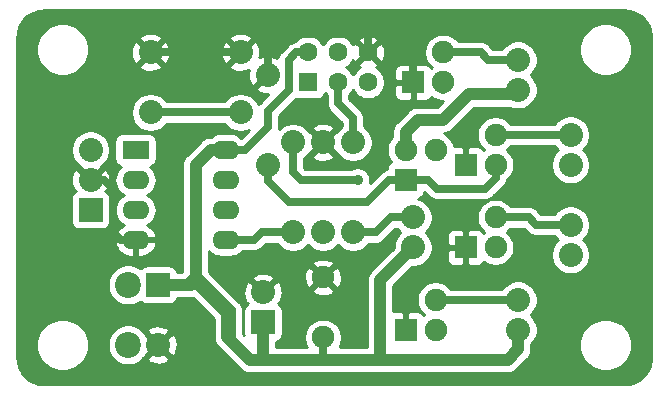
<source format=gbl>
G04 #@! TF.GenerationSoftware,KiCad,Pcbnew,(5.1.12)-1*
G04 #@! TF.CreationDate,2022-05-10T20:13:37+01:00*
G04 #@! TF.ProjectId,TV_B_Gone_ML_v1_3,54565f42-5f47-46f6-9e65-5f4d4c5f7631,rev?*
G04 #@! TF.SameCoordinates,Original*
G04 #@! TF.FileFunction,Copper,L2,Bot*
G04 #@! TF.FilePolarity,Positive*
%FSLAX46Y46*%
G04 Gerber Fmt 4.6, Leading zero omitted, Abs format (unit mm)*
G04 Created by KiCad (PCBNEW (5.1.12)-1) date 2022-05-10 20:13:37*
%MOMM*%
%LPD*%
G01*
G04 APERTURE LIST*
G04 #@! TA.AperFunction,ComponentPad*
%ADD10C,2.032000*%
G04 #@! TD*
G04 #@! TA.AperFunction,ComponentPad*
%ADD11R,2.032000X2.032000*%
G04 #@! TD*
G04 #@! TA.AperFunction,ComponentPad*
%ADD12R,2.286000X1.574800*%
G04 #@! TD*
G04 #@! TA.AperFunction,ComponentPad*
%ADD13O,2.286000X1.574800*%
G04 #@! TD*
G04 #@! TA.AperFunction,ComponentPad*
%ADD14C,1.600200*%
G04 #@! TD*
G04 #@! TA.AperFunction,ComponentPad*
%ADD15R,1.600200X1.600200*%
G04 #@! TD*
G04 #@! TA.AperFunction,ComponentPad*
%ADD16C,1.905000*%
G04 #@! TD*
G04 #@! TA.AperFunction,ComponentPad*
%ADD17R,1.905000X1.905000*%
G04 #@! TD*
G04 #@! TA.AperFunction,ComponentPad*
%ADD18C,2.199640*%
G04 #@! TD*
G04 #@! TA.AperFunction,ViaPad*
%ADD19C,0.889000*%
G04 #@! TD*
G04 #@! TA.AperFunction,Conductor*
%ADD20C,0.635000*%
G04 #@! TD*
G04 #@! TA.AperFunction,Conductor*
%ADD21C,1.000000*%
G04 #@! TD*
G04 #@! TA.AperFunction,Conductor*
%ADD22C,0.254000*%
G04 #@! TD*
G04 #@! TA.AperFunction,Conductor*
%ADD23C,0.150000*%
G04 #@! TD*
G04 APERTURE END LIST*
D10*
X41910000Y-67945000D03*
X41910000Y-70485000D03*
D11*
X41910000Y-73025000D03*
D10*
X54610000Y-59690000D03*
X54610000Y-64770000D03*
X46990000Y-59690000D03*
X46990000Y-64770000D03*
X59055000Y-74930000D03*
X59055000Y-67310000D03*
X61595000Y-67310000D03*
X61595000Y-74930000D03*
X56896000Y-61595000D03*
X56896000Y-69215000D03*
X64135000Y-74930000D03*
X64135000Y-67310000D03*
D12*
X45720000Y-67945000D03*
D13*
X45720000Y-70485000D03*
X45720000Y-73025000D03*
X45720000Y-75565000D03*
X53340000Y-75565000D03*
X53340000Y-73025000D03*
X53340000Y-70485000D03*
X53340000Y-67945000D03*
D14*
X65405000Y-59690000D03*
X65405000Y-62230000D03*
X62865000Y-59690000D03*
X62865000Y-62230000D03*
X60325000Y-59690000D03*
D15*
X60325000Y-62230000D03*
D16*
X71755000Y-59690000D03*
X71755000Y-62230000D03*
D17*
X69215000Y-62230000D03*
D16*
X76200000Y-66675000D03*
X76200000Y-69215000D03*
D17*
X73660000Y-69215000D03*
D16*
X76200000Y-73660000D03*
X76200000Y-76200000D03*
D17*
X73660000Y-76200000D03*
D16*
X71120000Y-80645000D03*
X71120000Y-83185000D03*
D17*
X68580000Y-83185000D03*
X68580000Y-70485000D03*
D16*
X71120000Y-67945000D03*
X68580000Y-67945000D03*
D10*
X69215000Y-73660000D03*
X69215000Y-76200000D03*
X78105000Y-80645000D03*
X78105000Y-83185000D03*
X82550000Y-74295000D03*
X82550000Y-76835000D03*
X82550000Y-66675000D03*
X82550000Y-69215000D03*
X78105000Y-60325000D03*
X78105000Y-62865000D03*
D11*
X56515000Y-82550000D03*
D10*
X56515000Y-80010000D03*
D16*
X61595000Y-78740000D03*
X61595000Y-83820000D03*
D11*
X47625000Y-79375000D03*
D10*
X47625000Y-84455000D03*
D18*
X45085000Y-79375000D03*
X45085000Y-84455000D03*
D19*
X64516000Y-70485000D03*
D20*
X65405000Y-59690000D02*
X65405000Y-58166000D01*
X65405000Y-58166000D02*
X65405000Y-58293000D01*
X65405000Y-58293000D02*
X65405000Y-58166000D01*
X46990000Y-59690000D02*
X54610000Y-59690000D01*
X56896000Y-61595000D02*
X56896000Y-60071000D01*
X56896000Y-60071000D02*
X58801000Y-58166000D01*
X58801000Y-58166000D02*
X65405000Y-58166000D01*
X67056000Y-58166000D02*
X68580000Y-59690000D01*
X65405000Y-58166000D02*
X67056000Y-58166000D01*
X43053000Y-70485000D02*
X43815000Y-71247000D01*
X41910000Y-70485000D02*
X43053000Y-70485000D01*
X69215000Y-62230000D02*
X69215000Y-60325000D01*
X69215000Y-60325000D02*
X68580000Y-59690000D01*
X43815000Y-73025000D02*
X43815000Y-74930000D01*
X43815000Y-71247000D02*
X43815000Y-73025000D01*
X44450000Y-75565000D02*
X45720000Y-75565000D01*
X43815000Y-74930000D02*
X44450000Y-75565000D01*
X56515000Y-85725000D02*
X56515000Y-85471000D01*
X56515000Y-85471000D02*
X56515000Y-85725000D01*
X61595000Y-83820000D02*
X61595000Y-85725000D01*
X61595000Y-85725000D02*
X61595000Y-85471000D01*
X61595000Y-85471000D02*
X61595000Y-85725000D01*
X66421000Y-83312000D02*
X66421000Y-85725000D01*
X66548000Y-85471000D02*
X66548000Y-85725000D01*
X66548000Y-85598000D02*
X66548000Y-85471000D01*
X66421000Y-85725000D02*
X66548000Y-85598000D01*
X56515000Y-85725000D02*
X61595000Y-85725000D01*
X61595000Y-85725000D02*
X66548000Y-85725000D01*
X66548000Y-85725000D02*
X77216000Y-85725000D01*
X66421000Y-83820000D02*
X66421000Y-83820000D01*
X66421000Y-82423000D02*
X66421000Y-83312000D01*
X66421000Y-83312000D02*
X66421000Y-83820000D01*
X66421000Y-82423000D02*
X66421000Y-78994000D01*
X53340000Y-67945000D02*
X54991000Y-67945000D01*
X58674000Y-60325000D02*
X59309000Y-59690000D01*
X58674000Y-62865000D02*
X58674000Y-60325000D01*
X56896000Y-64643000D02*
X58674000Y-62865000D01*
X56896000Y-66040000D02*
X56896000Y-64643000D01*
X54991000Y-67945000D02*
X56896000Y-66040000D01*
X60325000Y-59690000D02*
X59309000Y-59690000D01*
X54356000Y-67945000D02*
X53340000Y-67945000D01*
X55372000Y-85725000D02*
X56515000Y-85725000D01*
X53848000Y-84201000D02*
X55372000Y-85725000D01*
X53848000Y-81534000D02*
X53848000Y-84201000D01*
X50800000Y-69215000D02*
X50800000Y-78486000D01*
X50800000Y-78486000D02*
X53848000Y-81534000D01*
X49911000Y-79375000D02*
X50800000Y-78486000D01*
X47625000Y-79375000D02*
X49911000Y-79375000D01*
D21*
X47625000Y-79375000D02*
X50419000Y-79375000D01*
X50800000Y-78994000D02*
X50800000Y-69215000D01*
X50419000Y-79375000D02*
X50800000Y-78994000D01*
X52070000Y-67945000D02*
X50800000Y-69215000D01*
X53340000Y-67945000D02*
X52070000Y-67945000D01*
X50800000Y-78994000D02*
X50800000Y-79121000D01*
X50800000Y-79121000D02*
X53467000Y-81788000D01*
X53467000Y-83820000D02*
X55372000Y-85725000D01*
X53467000Y-81788000D02*
X53467000Y-83820000D01*
X77216000Y-85725000D02*
X78105000Y-84836000D01*
X55372000Y-85725000D02*
X77216000Y-85725000D01*
X78105000Y-84836000D02*
X78105000Y-83185000D01*
X66421000Y-78994000D02*
X69215000Y-76200000D01*
X66421000Y-85725000D02*
X66421000Y-78994000D01*
X56515000Y-85725000D02*
X56515000Y-82550000D01*
X68580000Y-66421000D02*
X69596000Y-65405000D01*
X68580000Y-67945000D02*
X68580000Y-66421000D01*
X71755000Y-65405000D02*
X73914000Y-63246000D01*
X69596000Y-65405000D02*
X71755000Y-65405000D01*
X77724000Y-63246000D02*
X78105000Y-62865000D01*
X73914000Y-63246000D02*
X77724000Y-63246000D01*
D20*
X71755000Y-59690000D02*
X74930000Y-59690000D01*
X75565000Y-60325000D02*
X78105000Y-60325000D01*
X74930000Y-59690000D02*
X75565000Y-60325000D01*
X82550000Y-66675000D02*
X76200000Y-66675000D01*
X76200000Y-73660000D02*
X78994000Y-73660000D01*
X78994000Y-73660000D02*
X79629000Y-74295000D01*
X82550000Y-74295000D02*
X79629000Y-74295000D01*
X78105000Y-80645000D02*
X71120000Y-80645000D01*
X64135000Y-74930000D02*
X66040000Y-74930000D01*
X66040000Y-74930000D02*
X67310000Y-73660000D01*
X64135000Y-74930000D02*
X65151000Y-74930000D01*
X67310000Y-73660000D02*
X69215000Y-73660000D01*
X46990000Y-64770000D02*
X54610000Y-64770000D01*
X53340000Y-75565000D02*
X55753000Y-75565000D01*
X56388000Y-74930000D02*
X59055000Y-74930000D01*
X55753000Y-75565000D02*
X56388000Y-74930000D01*
X64135000Y-67310000D02*
X64135000Y-65278000D01*
X62865000Y-64008000D02*
X62865000Y-62230000D01*
X64135000Y-65278000D02*
X62865000Y-64008000D01*
X56896000Y-69215000D02*
X56896000Y-70612000D01*
X56896000Y-70612000D02*
X58674000Y-72390000D01*
X63627000Y-72390000D02*
X65278000Y-72390000D01*
X67183000Y-70485000D02*
X68580000Y-70485000D01*
X65278000Y-72390000D02*
X67183000Y-70485000D01*
X68580000Y-70485000D02*
X70485000Y-70485000D01*
X70485000Y-70485000D02*
X71247000Y-71247000D01*
X71247000Y-71247000D02*
X75311000Y-71247000D01*
X75311000Y-71247000D02*
X76200000Y-70358000D01*
X76200000Y-70358000D02*
X76200000Y-69215000D01*
X58674000Y-72390000D02*
X63627000Y-72390000D01*
X71755000Y-62230000D02*
X71755000Y-62865000D01*
X59055000Y-69850000D02*
X59055000Y-67310000D01*
X59690000Y-70485000D02*
X59055000Y-69850000D01*
X64516000Y-70485000D02*
X59690000Y-70485000D01*
D22*
X87374425Y-56152304D02*
X87593910Y-56185612D01*
X87804941Y-56239588D01*
X88006962Y-56313293D01*
X88199207Y-56405646D01*
X88380505Y-56515522D01*
X88549842Y-56642028D01*
X88706073Y-56783925D01*
X88847965Y-56940151D01*
X88974480Y-57109498D01*
X89084353Y-57290792D01*
X89176704Y-57483032D01*
X89250407Y-57685050D01*
X89304387Y-57896096D01*
X89337694Y-58115572D01*
X89350000Y-58360115D01*
X89350001Y-85549861D01*
X89337694Y-85794424D01*
X89304387Y-86013900D01*
X89250407Y-86224946D01*
X89176704Y-86426964D01*
X89084353Y-86619204D01*
X88974480Y-86800498D01*
X88847965Y-86969845D01*
X88706073Y-87126071D01*
X88549842Y-87267968D01*
X88380505Y-87394474D01*
X88199111Y-87504408D01*
X88006968Y-87596789D01*
X87805054Y-87670379D01*
X87593910Y-87724384D01*
X87374425Y-87757692D01*
X87129884Y-87769998D01*
X37940117Y-87769998D01*
X37695574Y-87757692D01*
X37476098Y-87724385D01*
X37264944Y-87670378D01*
X37063030Y-87596786D01*
X36870827Y-87504394D01*
X36689475Y-87394482D01*
X36520142Y-87267977D01*
X36363898Y-87126055D01*
X36221991Y-86969847D01*
X36095519Y-86800506D01*
X35985573Y-86619154D01*
X35893266Y-86427024D01*
X35819600Y-86224962D01*
X35765561Y-86013831D01*
X35732262Y-85794460D01*
X35719990Y-85549931D01*
X35719990Y-84234872D01*
X37299997Y-84234872D01*
X37299997Y-84675128D01*
X37385887Y-85106925D01*
X37554366Y-85513669D01*
X37798959Y-85879729D01*
X38110268Y-86191038D01*
X38476328Y-86435631D01*
X38883072Y-86604110D01*
X39314869Y-86690000D01*
X39755125Y-86690000D01*
X40186922Y-86604110D01*
X40593666Y-86435631D01*
X40959726Y-86191038D01*
X41271035Y-85879729D01*
X41515628Y-85513669D01*
X41684107Y-85106925D01*
X41769997Y-84675128D01*
X41769997Y-84284135D01*
X43350180Y-84284135D01*
X43350180Y-84625865D01*
X43416848Y-84961028D01*
X43547623Y-85276745D01*
X43737477Y-85560883D01*
X43979117Y-85802523D01*
X44263255Y-85992377D01*
X44578972Y-86123152D01*
X44914135Y-86189820D01*
X45255865Y-86189820D01*
X45591028Y-86123152D01*
X45906745Y-85992377D01*
X46190883Y-85802523D01*
X46391583Y-85601823D01*
X46657782Y-85601823D01*
X46755478Y-85867860D01*
X47047821Y-86010348D01*
X47362344Y-86093064D01*
X47686962Y-86112831D01*
X48009198Y-86068888D01*
X48316670Y-85962924D01*
X48494522Y-85867860D01*
X48592218Y-85601823D01*
X47625000Y-84634605D01*
X46657782Y-85601823D01*
X46391583Y-85601823D01*
X46432523Y-85560883D01*
X46619814Y-85280581D01*
X47445395Y-84455000D01*
X47804605Y-84455000D01*
X48771823Y-85422218D01*
X49037860Y-85324522D01*
X49180348Y-85032179D01*
X49263064Y-84717656D01*
X49282831Y-84393038D01*
X49238888Y-84070802D01*
X49132924Y-83763330D01*
X49037860Y-83585478D01*
X48771823Y-83487782D01*
X47804605Y-84455000D01*
X47445395Y-84455000D01*
X46619814Y-83629419D01*
X46432523Y-83349117D01*
X46391583Y-83308177D01*
X46657782Y-83308177D01*
X47625000Y-84275395D01*
X48592218Y-83308177D01*
X48494522Y-83042140D01*
X48202179Y-82899652D01*
X47887656Y-82816936D01*
X47563038Y-82797169D01*
X47240802Y-82841112D01*
X46933330Y-82947076D01*
X46755478Y-83042140D01*
X46657782Y-83308177D01*
X46391583Y-83308177D01*
X46190883Y-83107477D01*
X45906745Y-82917623D01*
X45591028Y-82786848D01*
X45255865Y-82720180D01*
X44914135Y-82720180D01*
X44578972Y-82786848D01*
X44263255Y-82917623D01*
X43979117Y-83107477D01*
X43737477Y-83349117D01*
X43547623Y-83633255D01*
X43416848Y-83948972D01*
X43350180Y-84284135D01*
X41769997Y-84284135D01*
X41769997Y-84234872D01*
X41684107Y-83803075D01*
X41515628Y-83396331D01*
X41271035Y-83030271D01*
X40959726Y-82718962D01*
X40593666Y-82474369D01*
X40186922Y-82305890D01*
X39755125Y-82220000D01*
X39314869Y-82220000D01*
X38883072Y-82305890D01*
X38476328Y-82474369D01*
X38110268Y-82718962D01*
X37798959Y-83030271D01*
X37554366Y-83396331D01*
X37385887Y-83803075D01*
X37299997Y-84234872D01*
X35719990Y-84234872D01*
X35719990Y-79204135D01*
X43350180Y-79204135D01*
X43350180Y-79545865D01*
X43416848Y-79881028D01*
X43547623Y-80196745D01*
X43737477Y-80480883D01*
X43979117Y-80722523D01*
X44263255Y-80912377D01*
X44578972Y-81043152D01*
X44914135Y-81109820D01*
X45255865Y-81109820D01*
X45591028Y-81043152D01*
X45906745Y-80912377D01*
X46106102Y-80779172D01*
X46157815Y-80842185D01*
X46254506Y-80921537D01*
X46364820Y-80980502D01*
X46484518Y-81016812D01*
X46609000Y-81029072D01*
X48641000Y-81029072D01*
X48765482Y-81016812D01*
X48885180Y-80980502D01*
X48995494Y-80921537D01*
X49092185Y-80842185D01*
X49171537Y-80745494D01*
X49230502Y-80635180D01*
X49266812Y-80515482D01*
X49267352Y-80510000D01*
X50363249Y-80510000D01*
X50419000Y-80515491D01*
X50474751Y-80510000D01*
X50474752Y-80510000D01*
X50574085Y-80500217D01*
X52332000Y-82258133D01*
X52332001Y-83764239D01*
X52326509Y-83820000D01*
X52348423Y-84042498D01*
X52413324Y-84256446D01*
X52427548Y-84283057D01*
X52518717Y-84453623D01*
X52660552Y-84626449D01*
X52703860Y-84661991D01*
X54530009Y-86488141D01*
X54565551Y-86531449D01*
X54738377Y-86673284D01*
X54935553Y-86778676D01*
X55149501Y-86843577D01*
X55291363Y-86857549D01*
X55372000Y-86865491D01*
X55427752Y-86860000D01*
X56459248Y-86860000D01*
X56515000Y-86865491D01*
X56570751Y-86860000D01*
X66365248Y-86860000D01*
X66421000Y-86865491D01*
X66476751Y-86860000D01*
X77160249Y-86860000D01*
X77216000Y-86865491D01*
X77271751Y-86860000D01*
X77271752Y-86860000D01*
X77438499Y-86843577D01*
X77652447Y-86778676D01*
X77849623Y-86673284D01*
X78022449Y-86531449D01*
X78057995Y-86488136D01*
X78868140Y-85677992D01*
X78911449Y-85642449D01*
X79053284Y-85469623D01*
X79158676Y-85272447D01*
X79223577Y-85058499D01*
X79240000Y-84891752D01*
X79240000Y-84891751D01*
X79245491Y-84836000D01*
X79240000Y-84780248D01*
X79240000Y-84384866D01*
X79387415Y-84237451D01*
X79389138Y-84234872D01*
X83299997Y-84234872D01*
X83299997Y-84675128D01*
X83385887Y-85106925D01*
X83554366Y-85513669D01*
X83798959Y-85879729D01*
X84110268Y-86191038D01*
X84476328Y-86435631D01*
X84883072Y-86604110D01*
X85314869Y-86690000D01*
X85755125Y-86690000D01*
X86186922Y-86604110D01*
X86593666Y-86435631D01*
X86959726Y-86191038D01*
X87271035Y-85879729D01*
X87515628Y-85513669D01*
X87684107Y-85106925D01*
X87769997Y-84675128D01*
X87769997Y-84234872D01*
X87684107Y-83803075D01*
X87515628Y-83396331D01*
X87271035Y-83030271D01*
X86959726Y-82718962D01*
X86593666Y-82474369D01*
X86186922Y-82305890D01*
X85755125Y-82220000D01*
X85314869Y-82220000D01*
X84883072Y-82305890D01*
X84476328Y-82474369D01*
X84110268Y-82718962D01*
X83798959Y-83030271D01*
X83554366Y-83396331D01*
X83385887Y-83803075D01*
X83299997Y-84234872D01*
X79389138Y-84234872D01*
X79568097Y-83967042D01*
X79692553Y-83666579D01*
X79756000Y-83347609D01*
X79756000Y-83022391D01*
X79692553Y-82703421D01*
X79568097Y-82402958D01*
X79387415Y-82132549D01*
X79169866Y-81915000D01*
X79387415Y-81697451D01*
X79568097Y-81427042D01*
X79692553Y-81126579D01*
X79756000Y-80807609D01*
X79756000Y-80482391D01*
X79692553Y-80163421D01*
X79568097Y-79862958D01*
X79387415Y-79592549D01*
X79157451Y-79362585D01*
X78887042Y-79181903D01*
X78586579Y-79057447D01*
X78267609Y-78994000D01*
X77942391Y-78994000D01*
X77623421Y-79057447D01*
X77322958Y-79181903D01*
X77052549Y-79362585D01*
X76822585Y-79592549D01*
X76755800Y-79692500D01*
X72392830Y-79692500D01*
X72353092Y-79633028D01*
X72131972Y-79411908D01*
X71871963Y-79238176D01*
X71583057Y-79118507D01*
X71276355Y-79057500D01*
X70963645Y-79057500D01*
X70656943Y-79118507D01*
X70368037Y-79238176D01*
X70108028Y-79411908D01*
X69886908Y-79633028D01*
X69713176Y-79893037D01*
X69593507Y-80181943D01*
X69532500Y-80488645D01*
X69532500Y-80801355D01*
X69593507Y-81108057D01*
X69713176Y-81396963D01*
X69886908Y-81656972D01*
X70108028Y-81878092D01*
X70163265Y-81915000D01*
X70108028Y-81951908D01*
X70104451Y-81955485D01*
X70063037Y-81878006D01*
X69983685Y-81781315D01*
X69886994Y-81701963D01*
X69776680Y-81642998D01*
X69656982Y-81606688D01*
X69532500Y-81594428D01*
X68865750Y-81597500D01*
X68707000Y-81756250D01*
X68707000Y-83058000D01*
X68727000Y-83058000D01*
X68727000Y-83312000D01*
X68707000Y-83312000D01*
X68707000Y-83332000D01*
X68453000Y-83332000D01*
X68453000Y-83312000D01*
X68433000Y-83312000D01*
X68433000Y-83058000D01*
X68453000Y-83058000D01*
X68453000Y-81756250D01*
X68294250Y-81597500D01*
X67627500Y-81594428D01*
X67556000Y-81601470D01*
X67556000Y-79464131D01*
X69169132Y-77851000D01*
X69377609Y-77851000D01*
X69696579Y-77787553D01*
X69997042Y-77663097D01*
X70267451Y-77482415D01*
X70497415Y-77252451D01*
X70564200Y-77152500D01*
X72069428Y-77152500D01*
X72081688Y-77276982D01*
X72117998Y-77396680D01*
X72176963Y-77506994D01*
X72256315Y-77603685D01*
X72353006Y-77683037D01*
X72463320Y-77742002D01*
X72583018Y-77778312D01*
X72707500Y-77790572D01*
X73374250Y-77787500D01*
X73533000Y-77628750D01*
X73533000Y-76327000D01*
X72231250Y-76327000D01*
X72072500Y-76485750D01*
X72069428Y-77152500D01*
X70564200Y-77152500D01*
X70678097Y-76982042D01*
X70802553Y-76681579D01*
X70866000Y-76362609D01*
X70866000Y-76037391D01*
X70802553Y-75718421D01*
X70678097Y-75417958D01*
X70564201Y-75247500D01*
X72069428Y-75247500D01*
X72072500Y-75914250D01*
X72231250Y-76073000D01*
X73533000Y-76073000D01*
X73533000Y-74771250D01*
X73787000Y-74771250D01*
X73787000Y-76073000D01*
X73807000Y-76073000D01*
X73807000Y-76327000D01*
X73787000Y-76327000D01*
X73787000Y-77628750D01*
X73945750Y-77787500D01*
X74612500Y-77790572D01*
X74736982Y-77778312D01*
X74856680Y-77742002D01*
X74966994Y-77683037D01*
X75063685Y-77603685D01*
X75143037Y-77506994D01*
X75184451Y-77429515D01*
X75188028Y-77433092D01*
X75448037Y-77606824D01*
X75736943Y-77726493D01*
X76043645Y-77787500D01*
X76356355Y-77787500D01*
X76663057Y-77726493D01*
X76951963Y-77606824D01*
X77211972Y-77433092D01*
X77433092Y-77211972D01*
X77606824Y-76951963D01*
X77726493Y-76663057D01*
X77787500Y-76356355D01*
X77787500Y-76043645D01*
X77726493Y-75736943D01*
X77606824Y-75448037D01*
X77433092Y-75188028D01*
X77211972Y-74966908D01*
X77156735Y-74930000D01*
X77211972Y-74893092D01*
X77433092Y-74671972D01*
X77472830Y-74612500D01*
X78599462Y-74612500D01*
X78922389Y-74935426D01*
X78952222Y-74971778D01*
X79097259Y-75090806D01*
X79145745Y-75116722D01*
X79262730Y-75179252D01*
X79286601Y-75186493D01*
X79442277Y-75233717D01*
X79582215Y-75247500D01*
X79629000Y-75252108D01*
X79675785Y-75247500D01*
X81200800Y-75247500D01*
X81267585Y-75347451D01*
X81485134Y-75565000D01*
X81267585Y-75782549D01*
X81086903Y-76052958D01*
X80962447Y-76353421D01*
X80899000Y-76672391D01*
X80899000Y-76997609D01*
X80962447Y-77316579D01*
X81086903Y-77617042D01*
X81267585Y-77887451D01*
X81497549Y-78117415D01*
X81767958Y-78298097D01*
X82068421Y-78422553D01*
X82387391Y-78486000D01*
X82712609Y-78486000D01*
X83031579Y-78422553D01*
X83332042Y-78298097D01*
X83602451Y-78117415D01*
X83832415Y-77887451D01*
X84013097Y-77617042D01*
X84137553Y-77316579D01*
X84201000Y-76997609D01*
X84201000Y-76672391D01*
X84137553Y-76353421D01*
X84013097Y-76052958D01*
X83832415Y-75782549D01*
X83614866Y-75565000D01*
X83832415Y-75347451D01*
X84013097Y-75077042D01*
X84137553Y-74776579D01*
X84201000Y-74457609D01*
X84201000Y-74132391D01*
X84137553Y-73813421D01*
X84013097Y-73512958D01*
X83832415Y-73242549D01*
X83602451Y-73012585D01*
X83332042Y-72831903D01*
X83031579Y-72707447D01*
X82712609Y-72644000D01*
X82387391Y-72644000D01*
X82068421Y-72707447D01*
X81767958Y-72831903D01*
X81497549Y-73012585D01*
X81267585Y-73242549D01*
X81200800Y-73342500D01*
X80023537Y-73342500D01*
X79700608Y-73019570D01*
X79670778Y-72983222D01*
X79525741Y-72864194D01*
X79360269Y-72775748D01*
X79180723Y-72721283D01*
X79040785Y-72707500D01*
X78994000Y-72702892D01*
X78947215Y-72707500D01*
X77472830Y-72707500D01*
X77433092Y-72648028D01*
X77211972Y-72426908D01*
X76951963Y-72253176D01*
X76663057Y-72133507D01*
X76356355Y-72072500D01*
X76043645Y-72072500D01*
X75736943Y-72133507D01*
X75448037Y-72253176D01*
X75188028Y-72426908D01*
X74966908Y-72648028D01*
X74793176Y-72908037D01*
X74673507Y-73196943D01*
X74612500Y-73503645D01*
X74612500Y-73816355D01*
X74673507Y-74123057D01*
X74793176Y-74411963D01*
X74966908Y-74671972D01*
X75188028Y-74893092D01*
X75243265Y-74930000D01*
X75188028Y-74966908D01*
X75184451Y-74970485D01*
X75143037Y-74893006D01*
X75063685Y-74796315D01*
X74966994Y-74716963D01*
X74856680Y-74657998D01*
X74736982Y-74621688D01*
X74612500Y-74609428D01*
X73945750Y-74612500D01*
X73787000Y-74771250D01*
X73533000Y-74771250D01*
X73374250Y-74612500D01*
X72707500Y-74609428D01*
X72583018Y-74621688D01*
X72463320Y-74657998D01*
X72353006Y-74716963D01*
X72256315Y-74796315D01*
X72176963Y-74893006D01*
X72117998Y-75003320D01*
X72081688Y-75123018D01*
X72069428Y-75247500D01*
X70564201Y-75247500D01*
X70497415Y-75147549D01*
X70279866Y-74930000D01*
X70497415Y-74712451D01*
X70678097Y-74442042D01*
X70802553Y-74141579D01*
X70866000Y-73822609D01*
X70866000Y-73497391D01*
X70802553Y-73178421D01*
X70678097Y-72877958D01*
X70497415Y-72607549D01*
X70267451Y-72377585D01*
X69997042Y-72196903D01*
X69696579Y-72072447D01*
X69652750Y-72063729D01*
X69656982Y-72063312D01*
X69776680Y-72027002D01*
X69886994Y-71968037D01*
X69983685Y-71888685D01*
X70063037Y-71791994D01*
X70122002Y-71681680D01*
X70158312Y-71561982D01*
X70163389Y-71510428D01*
X70540397Y-71887436D01*
X70570222Y-71923778D01*
X70715259Y-72042806D01*
X70797995Y-72087029D01*
X70880730Y-72131252D01*
X70970504Y-72158485D01*
X71060277Y-72185717D01*
X71200215Y-72199500D01*
X71247000Y-72204108D01*
X71293785Y-72199500D01*
X75264215Y-72199500D01*
X75311000Y-72204108D01*
X75357785Y-72199500D01*
X75497723Y-72185717D01*
X75677269Y-72131252D01*
X75842741Y-72042806D01*
X75987778Y-71923778D01*
X76017607Y-71887431D01*
X76840436Y-71064603D01*
X76876778Y-71034778D01*
X76995806Y-70889741D01*
X77084252Y-70724269D01*
X77138717Y-70544723D01*
X77143744Y-70493680D01*
X77211972Y-70448092D01*
X77433092Y-70226972D01*
X77606824Y-69966963D01*
X77726493Y-69678057D01*
X77787500Y-69371355D01*
X77787500Y-69058645D01*
X77726493Y-68751943D01*
X77606824Y-68463037D01*
X77433092Y-68203028D01*
X77211972Y-67981908D01*
X77156735Y-67945000D01*
X77211972Y-67908092D01*
X77433092Y-67686972D01*
X77472830Y-67627500D01*
X81200800Y-67627500D01*
X81267585Y-67727451D01*
X81485134Y-67945000D01*
X81267585Y-68162549D01*
X81086903Y-68432958D01*
X80962447Y-68733421D01*
X80899000Y-69052391D01*
X80899000Y-69377609D01*
X80962447Y-69696579D01*
X81086903Y-69997042D01*
X81267585Y-70267451D01*
X81497549Y-70497415D01*
X81767958Y-70678097D01*
X82068421Y-70802553D01*
X82387391Y-70866000D01*
X82712609Y-70866000D01*
X83031579Y-70802553D01*
X83332042Y-70678097D01*
X83602451Y-70497415D01*
X83832415Y-70267451D01*
X84013097Y-69997042D01*
X84137553Y-69696579D01*
X84201000Y-69377609D01*
X84201000Y-69052391D01*
X84137553Y-68733421D01*
X84013097Y-68432958D01*
X83832415Y-68162549D01*
X83614866Y-67945000D01*
X83832415Y-67727451D01*
X84013097Y-67457042D01*
X84137553Y-67156579D01*
X84201000Y-66837609D01*
X84201000Y-66512391D01*
X84137553Y-66193421D01*
X84013097Y-65892958D01*
X83832415Y-65622549D01*
X83602451Y-65392585D01*
X83332042Y-65211903D01*
X83031579Y-65087447D01*
X82712609Y-65024000D01*
X82387391Y-65024000D01*
X82068421Y-65087447D01*
X81767958Y-65211903D01*
X81497549Y-65392585D01*
X81267585Y-65622549D01*
X81200800Y-65722500D01*
X77472830Y-65722500D01*
X77433092Y-65663028D01*
X77211972Y-65441908D01*
X76951963Y-65268176D01*
X76663057Y-65148507D01*
X76356355Y-65087500D01*
X76043645Y-65087500D01*
X75736943Y-65148507D01*
X75448037Y-65268176D01*
X75188028Y-65441908D01*
X74966908Y-65663028D01*
X74793176Y-65923037D01*
X74673507Y-66211943D01*
X74612500Y-66518645D01*
X74612500Y-66831355D01*
X74673507Y-67138057D01*
X74793176Y-67426963D01*
X74966908Y-67686972D01*
X75188028Y-67908092D01*
X75243265Y-67945000D01*
X75188028Y-67981908D01*
X75184451Y-67985485D01*
X75143037Y-67908006D01*
X75063685Y-67811315D01*
X74966994Y-67731963D01*
X74856680Y-67672998D01*
X74736982Y-67636688D01*
X74612500Y-67624428D01*
X73945750Y-67627500D01*
X73787000Y-67786250D01*
X73787000Y-69088000D01*
X73807000Y-69088000D01*
X73807000Y-69342000D01*
X73787000Y-69342000D01*
X73787000Y-69362000D01*
X73533000Y-69362000D01*
X73533000Y-69342000D01*
X73513000Y-69342000D01*
X73513000Y-69088000D01*
X73533000Y-69088000D01*
X73533000Y-67786250D01*
X73374250Y-67627500D01*
X72707500Y-67624428D01*
X72675463Y-67627583D01*
X72646493Y-67481943D01*
X72526824Y-67193037D01*
X72353092Y-66933028D01*
X72131972Y-66711908D01*
X71871963Y-66538176D01*
X71863762Y-66534779D01*
X71977499Y-66523577D01*
X72191447Y-66458676D01*
X72388623Y-66353284D01*
X72561449Y-66211449D01*
X72596996Y-66168135D01*
X74384132Y-64381000D01*
X77450677Y-64381000D01*
X77623421Y-64452553D01*
X77942391Y-64516000D01*
X78267609Y-64516000D01*
X78586579Y-64452553D01*
X78887042Y-64328097D01*
X79157451Y-64147415D01*
X79387415Y-63917451D01*
X79568097Y-63647042D01*
X79692553Y-63346579D01*
X79756000Y-63027609D01*
X79756000Y-62702391D01*
X79692553Y-62383421D01*
X79568097Y-62082958D01*
X79387415Y-61812549D01*
X79169866Y-61595000D01*
X79387415Y-61377451D01*
X79568097Y-61107042D01*
X79692553Y-60806579D01*
X79756000Y-60487609D01*
X79756000Y-60162391D01*
X79692553Y-59843421D01*
X79568097Y-59542958D01*
X79387415Y-59272549D01*
X79349738Y-59234872D01*
X83299997Y-59234872D01*
X83299997Y-59675128D01*
X83385887Y-60106925D01*
X83554366Y-60513669D01*
X83798959Y-60879729D01*
X84110268Y-61191038D01*
X84476328Y-61435631D01*
X84883072Y-61604110D01*
X85314869Y-61690000D01*
X85755125Y-61690000D01*
X86186922Y-61604110D01*
X86593666Y-61435631D01*
X86959726Y-61191038D01*
X87271035Y-60879729D01*
X87515628Y-60513669D01*
X87684107Y-60106925D01*
X87769997Y-59675128D01*
X87769997Y-59234872D01*
X87684107Y-58803075D01*
X87515628Y-58396331D01*
X87271035Y-58030271D01*
X86959726Y-57718962D01*
X86593666Y-57474369D01*
X86186922Y-57305890D01*
X85755125Y-57220000D01*
X85314869Y-57220000D01*
X84883072Y-57305890D01*
X84476328Y-57474369D01*
X84110268Y-57718962D01*
X83798959Y-58030271D01*
X83554366Y-58396331D01*
X83385887Y-58803075D01*
X83299997Y-59234872D01*
X79349738Y-59234872D01*
X79157451Y-59042585D01*
X78887042Y-58861903D01*
X78586579Y-58737447D01*
X78267609Y-58674000D01*
X77942391Y-58674000D01*
X77623421Y-58737447D01*
X77322958Y-58861903D01*
X77052549Y-59042585D01*
X76822585Y-59272549D01*
X76755800Y-59372500D01*
X75959537Y-59372500D01*
X75636608Y-59049570D01*
X75606778Y-59013222D01*
X75461741Y-58894194D01*
X75296269Y-58805748D01*
X75116723Y-58751283D01*
X74976785Y-58737500D01*
X74930000Y-58732892D01*
X74883215Y-58737500D01*
X73027830Y-58737500D01*
X72988092Y-58678028D01*
X72766972Y-58456908D01*
X72506963Y-58283176D01*
X72218057Y-58163507D01*
X71911355Y-58102500D01*
X71598645Y-58102500D01*
X71291943Y-58163507D01*
X71003037Y-58283176D01*
X70743028Y-58456908D01*
X70521908Y-58678028D01*
X70348176Y-58938037D01*
X70228507Y-59226943D01*
X70167500Y-59533645D01*
X70167500Y-59846355D01*
X70228507Y-60153057D01*
X70348176Y-60441963D01*
X70521908Y-60701972D01*
X70743028Y-60923092D01*
X70798265Y-60960000D01*
X70743028Y-60996908D01*
X70739451Y-61000485D01*
X70698037Y-60923006D01*
X70618685Y-60826315D01*
X70521994Y-60746963D01*
X70411680Y-60687998D01*
X70291982Y-60651688D01*
X70167500Y-60639428D01*
X69500750Y-60642500D01*
X69342000Y-60801250D01*
X69342000Y-62103000D01*
X69362000Y-62103000D01*
X69362000Y-62357000D01*
X69342000Y-62357000D01*
X69342000Y-63658750D01*
X69500750Y-63817500D01*
X70167500Y-63820572D01*
X70291982Y-63808312D01*
X70411680Y-63772002D01*
X70521994Y-63713037D01*
X70618685Y-63633685D01*
X70698037Y-63536994D01*
X70739451Y-63459515D01*
X70743028Y-63463092D01*
X71003037Y-63636824D01*
X71291943Y-63756493D01*
X71598645Y-63817500D01*
X71708215Y-63817500D01*
X71734755Y-63820114D01*
X71284869Y-64270000D01*
X69651751Y-64270000D01*
X69596000Y-64264509D01*
X69540248Y-64270000D01*
X69373501Y-64286423D01*
X69159553Y-64351324D01*
X68962377Y-64456716D01*
X68789551Y-64598551D01*
X68754011Y-64641857D01*
X67816860Y-65579009D01*
X67773552Y-65614551D01*
X67631717Y-65787377D01*
X67582640Y-65879194D01*
X67526324Y-65984554D01*
X67481111Y-66133600D01*
X67461423Y-66198501D01*
X67455607Y-66257549D01*
X67439509Y-66421000D01*
X67445000Y-66476751D01*
X67445000Y-66834936D01*
X67346908Y-66933028D01*
X67173176Y-67193037D01*
X67053507Y-67481943D01*
X66992500Y-67788645D01*
X66992500Y-68101355D01*
X67053507Y-68408057D01*
X67173176Y-68696963D01*
X67346908Y-68956972D01*
X67350485Y-68960549D01*
X67273006Y-69001963D01*
X67176315Y-69081315D01*
X67096963Y-69178006D01*
X67037998Y-69288320D01*
X67001688Y-69408018D01*
X66989428Y-69532500D01*
X66989428Y-69548361D01*
X66816731Y-69600748D01*
X66651259Y-69689194D01*
X66506222Y-69808222D01*
X66476397Y-69844564D01*
X65562192Y-70758769D01*
X65595500Y-70591321D01*
X65595500Y-70378679D01*
X65554015Y-70170122D01*
X65472640Y-69973665D01*
X65354502Y-69796859D01*
X65204141Y-69646498D01*
X65027335Y-69528360D01*
X64830878Y-69446985D01*
X64622321Y-69405500D01*
X64409679Y-69405500D01*
X64201122Y-69446985D01*
X64004665Y-69528360D01*
X63998469Y-69532500D01*
X60084537Y-69532500D01*
X60007500Y-69455462D01*
X60007500Y-68659200D01*
X60107451Y-68592415D01*
X60243043Y-68456823D01*
X60627782Y-68456823D01*
X60725478Y-68722860D01*
X61017821Y-68865348D01*
X61332344Y-68948064D01*
X61656962Y-68967831D01*
X61979198Y-68923888D01*
X62286670Y-68817924D01*
X62464522Y-68722860D01*
X62562218Y-68456823D01*
X61595000Y-67489605D01*
X60627782Y-68456823D01*
X60243043Y-68456823D01*
X60337415Y-68362451D01*
X60404968Y-68261351D01*
X60448177Y-68277218D01*
X61415395Y-67310000D01*
X60448177Y-66342782D01*
X60404968Y-66358649D01*
X60337415Y-66257549D01*
X60243043Y-66163177D01*
X60627782Y-66163177D01*
X61595000Y-67130395D01*
X62562218Y-66163177D01*
X62464522Y-65897140D01*
X62172179Y-65754652D01*
X61857656Y-65671936D01*
X61533038Y-65652169D01*
X61210802Y-65696112D01*
X60903330Y-65802076D01*
X60725478Y-65897140D01*
X60627782Y-66163177D01*
X60243043Y-66163177D01*
X60107451Y-66027585D01*
X59837042Y-65846903D01*
X59536579Y-65722447D01*
X59217609Y-65659000D01*
X58892391Y-65659000D01*
X58573421Y-65722447D01*
X58272958Y-65846903D01*
X58002549Y-66027585D01*
X57838137Y-66191997D01*
X57848500Y-66086785D01*
X57848500Y-66086784D01*
X57853108Y-66040000D01*
X57848500Y-65993215D01*
X57848500Y-65037538D01*
X59271412Y-63614627D01*
X59280720Y-63619602D01*
X59400418Y-63655912D01*
X59524900Y-63668172D01*
X61125100Y-63668172D01*
X61249582Y-63655912D01*
X61369280Y-63619602D01*
X61479594Y-63560637D01*
X61576285Y-63481285D01*
X61655637Y-63384594D01*
X61714602Y-63274280D01*
X61750912Y-63154582D01*
X61751731Y-63146269D01*
X61912500Y-63307038D01*
X61912500Y-63961215D01*
X61907892Y-64008000D01*
X61921624Y-64147415D01*
X61926283Y-64194722D01*
X61980748Y-64374268D01*
X62069194Y-64539741D01*
X62188222Y-64684778D01*
X62224569Y-64714607D01*
X63182501Y-65672540D01*
X63182501Y-65960799D01*
X63082549Y-66027585D01*
X62852585Y-66257549D01*
X62785032Y-66358649D01*
X62741823Y-66342782D01*
X61774605Y-67310000D01*
X62741823Y-68277218D01*
X62785032Y-68261351D01*
X62852585Y-68362451D01*
X63082549Y-68592415D01*
X63352958Y-68773097D01*
X63653421Y-68897553D01*
X63972391Y-68961000D01*
X64297609Y-68961000D01*
X64616579Y-68897553D01*
X64917042Y-68773097D01*
X65187451Y-68592415D01*
X65417415Y-68362451D01*
X65598097Y-68092042D01*
X65722553Y-67791579D01*
X65786000Y-67472609D01*
X65786000Y-67147391D01*
X65722553Y-66828421D01*
X65598097Y-66527958D01*
X65417415Y-66257549D01*
X65187451Y-66027585D01*
X65087500Y-65960800D01*
X65087500Y-65324784D01*
X65092108Y-65277999D01*
X65073717Y-65091277D01*
X65071173Y-65082892D01*
X65019252Y-64911731D01*
X64930806Y-64746259D01*
X64811778Y-64601222D01*
X64775436Y-64571397D01*
X63817500Y-63613462D01*
X63817500Y-63307038D01*
X63979715Y-63144823D01*
X64135000Y-62912422D01*
X64290285Y-63144823D01*
X64490177Y-63344715D01*
X64725225Y-63501769D01*
X64986397Y-63609950D01*
X65263655Y-63665100D01*
X65546345Y-63665100D01*
X65823603Y-63609950D01*
X66084775Y-63501769D01*
X66319823Y-63344715D01*
X66482038Y-63182500D01*
X67624428Y-63182500D01*
X67636688Y-63306982D01*
X67672998Y-63426680D01*
X67731963Y-63536994D01*
X67811315Y-63633685D01*
X67908006Y-63713037D01*
X68018320Y-63772002D01*
X68138018Y-63808312D01*
X68262500Y-63820572D01*
X68929250Y-63817500D01*
X69088000Y-63658750D01*
X69088000Y-62357000D01*
X67786250Y-62357000D01*
X67627500Y-62515750D01*
X67624428Y-63182500D01*
X66482038Y-63182500D01*
X66519715Y-63144823D01*
X66676769Y-62909775D01*
X66784950Y-62648603D01*
X66840100Y-62371345D01*
X66840100Y-62088655D01*
X66784950Y-61811397D01*
X66676769Y-61550225D01*
X66519715Y-61315177D01*
X66482038Y-61277500D01*
X67624428Y-61277500D01*
X67627500Y-61944250D01*
X67786250Y-62103000D01*
X69088000Y-62103000D01*
X69088000Y-60801250D01*
X68929250Y-60642500D01*
X68262500Y-60639428D01*
X68138018Y-60651688D01*
X68018320Y-60687998D01*
X67908006Y-60746963D01*
X67811315Y-60826315D01*
X67731963Y-60923006D01*
X67672998Y-61033320D01*
X67636688Y-61153018D01*
X67624428Y-61277500D01*
X66482038Y-61277500D01*
X66319823Y-61115285D01*
X66086068Y-60959095D01*
X66146574Y-60926754D01*
X66218169Y-60682774D01*
X65405000Y-59869605D01*
X64591831Y-60682774D01*
X64663426Y-60926754D01*
X64727744Y-60957188D01*
X64725225Y-60958231D01*
X64490177Y-61115285D01*
X64290285Y-61315177D01*
X64135000Y-61547578D01*
X63979715Y-61315177D01*
X63779823Y-61115285D01*
X63547422Y-60960000D01*
X63779823Y-60804715D01*
X63979715Y-60604823D01*
X64135905Y-60371068D01*
X64168246Y-60431574D01*
X64412226Y-60503169D01*
X65225395Y-59690000D01*
X65584605Y-59690000D01*
X66397774Y-60503169D01*
X66641754Y-60431574D01*
X66762664Y-60176046D01*
X66831400Y-59901839D01*
X66845320Y-59619492D01*
X66803889Y-59339853D01*
X66708700Y-59073672D01*
X66641754Y-58948426D01*
X66397774Y-58876831D01*
X65584605Y-59690000D01*
X65225395Y-59690000D01*
X64412226Y-58876831D01*
X64168246Y-58948426D01*
X64137812Y-59012744D01*
X64136769Y-59010225D01*
X63979715Y-58775177D01*
X63901764Y-58697226D01*
X64591831Y-58697226D01*
X65405000Y-59510395D01*
X66218169Y-58697226D01*
X66146574Y-58453246D01*
X65891046Y-58332336D01*
X65616839Y-58263600D01*
X65334492Y-58249680D01*
X65054853Y-58291111D01*
X64788672Y-58386300D01*
X64663426Y-58453246D01*
X64591831Y-58697226D01*
X63901764Y-58697226D01*
X63779823Y-58575285D01*
X63544775Y-58418231D01*
X63283603Y-58310050D01*
X63006345Y-58254900D01*
X62723655Y-58254900D01*
X62446397Y-58310050D01*
X62185225Y-58418231D01*
X61950177Y-58575285D01*
X61750285Y-58775177D01*
X61595000Y-59007578D01*
X61439715Y-58775177D01*
X61239823Y-58575285D01*
X61004775Y-58418231D01*
X60743603Y-58310050D01*
X60466345Y-58254900D01*
X60183655Y-58254900D01*
X59906397Y-58310050D01*
X59645225Y-58418231D01*
X59410177Y-58575285D01*
X59246405Y-58739057D01*
X59122277Y-58751283D01*
X59032504Y-58778516D01*
X58942730Y-58805748D01*
X58859995Y-58849971D01*
X58777259Y-58894194D01*
X58632222Y-59013222D01*
X58602389Y-59049574D01*
X58033565Y-59618397D01*
X57997223Y-59648222D01*
X57967399Y-59684563D01*
X57878194Y-59793260D01*
X57789749Y-59958731D01*
X57735283Y-60138278D01*
X57732546Y-60166067D01*
X57473179Y-60039652D01*
X57158656Y-59956936D01*
X56834038Y-59937169D01*
X56511802Y-59981112D01*
X56213549Y-60083899D01*
X56248064Y-59952656D01*
X56267831Y-59628038D01*
X56223888Y-59305802D01*
X56117924Y-58998330D01*
X56022860Y-58820478D01*
X55756823Y-58722782D01*
X54789605Y-59690000D01*
X54803748Y-59704143D01*
X54624143Y-59883748D01*
X54610000Y-59869605D01*
X53642782Y-60836823D01*
X53740478Y-61102860D01*
X54032821Y-61245348D01*
X54347344Y-61328064D01*
X54671962Y-61347831D01*
X54994198Y-61303888D01*
X55292451Y-61201101D01*
X55257936Y-61332344D01*
X55238169Y-61656962D01*
X55282112Y-61979198D01*
X55388076Y-62286670D01*
X55483140Y-62464522D01*
X55749177Y-62562218D01*
X56716395Y-61595000D01*
X56702253Y-61580858D01*
X56881858Y-61401253D01*
X56896000Y-61415395D01*
X56910143Y-61401253D01*
X57089748Y-61580858D01*
X57075605Y-61595000D01*
X57089748Y-61609143D01*
X56910143Y-61788748D01*
X56896000Y-61774605D01*
X55928782Y-62741823D01*
X56026478Y-63007860D01*
X56318821Y-63150348D01*
X56633344Y-63233064D01*
X56940211Y-63251750D01*
X56255564Y-63936398D01*
X56219223Y-63966222D01*
X56189399Y-64002563D01*
X56116128Y-64091844D01*
X56073097Y-63987958D01*
X55892415Y-63717549D01*
X55662451Y-63487585D01*
X55392042Y-63306903D01*
X55091579Y-63182447D01*
X54772609Y-63119000D01*
X54447391Y-63119000D01*
X54128421Y-63182447D01*
X53827958Y-63306903D01*
X53557549Y-63487585D01*
X53327585Y-63717549D01*
X53260800Y-63817500D01*
X48339200Y-63817500D01*
X48272415Y-63717549D01*
X48042451Y-63487585D01*
X47772042Y-63306903D01*
X47471579Y-63182447D01*
X47152609Y-63119000D01*
X46827391Y-63119000D01*
X46508421Y-63182447D01*
X46207958Y-63306903D01*
X45937549Y-63487585D01*
X45707585Y-63717549D01*
X45526903Y-63987958D01*
X45402447Y-64288421D01*
X45339000Y-64607391D01*
X45339000Y-64932609D01*
X45402447Y-65251579D01*
X45526903Y-65552042D01*
X45707585Y-65822451D01*
X45937549Y-66052415D01*
X46207958Y-66233097D01*
X46508421Y-66357553D01*
X46827391Y-66421000D01*
X47152609Y-66421000D01*
X47471579Y-66357553D01*
X47772042Y-66233097D01*
X48042451Y-66052415D01*
X48272415Y-65822451D01*
X48339200Y-65722500D01*
X53260800Y-65722500D01*
X53327585Y-65822451D01*
X53557549Y-66052415D01*
X53827958Y-66233097D01*
X54128421Y-66357553D01*
X54447391Y-66421000D01*
X54772609Y-66421000D01*
X55091579Y-66357553D01*
X55330283Y-66258678D01*
X54677893Y-66911069D01*
X54489667Y-66756595D01*
X54242563Y-66624516D01*
X53974439Y-66543181D01*
X53765475Y-66522600D01*
X52914525Y-66522600D01*
X52705561Y-66543181D01*
X52437437Y-66624516D01*
X52190333Y-66756595D01*
X52125311Y-66809957D01*
X52069999Y-66804510D01*
X52014255Y-66810000D01*
X52014248Y-66810000D01*
X51868493Y-66824356D01*
X51847500Y-66826423D01*
X51810626Y-66837609D01*
X51633553Y-66891324D01*
X51436377Y-66996716D01*
X51263551Y-67138551D01*
X51228008Y-67181860D01*
X50036860Y-68373009D01*
X49993552Y-68408551D01*
X49851717Y-68581377D01*
X49814182Y-68651601D01*
X49746324Y-68778554D01*
X49681423Y-68992502D01*
X49659509Y-69215000D01*
X49665001Y-69270761D01*
X49665000Y-78240000D01*
X49267352Y-78240000D01*
X49266812Y-78234518D01*
X49230502Y-78114820D01*
X49171537Y-78004506D01*
X49092185Y-77907815D01*
X48995494Y-77828463D01*
X48885180Y-77769498D01*
X48765482Y-77733188D01*
X48641000Y-77720928D01*
X46609000Y-77720928D01*
X46484518Y-77733188D01*
X46364820Y-77769498D01*
X46254506Y-77828463D01*
X46157815Y-77907815D01*
X46106102Y-77970828D01*
X45906745Y-77837623D01*
X45591028Y-77706848D01*
X45255865Y-77640180D01*
X44914135Y-77640180D01*
X44578972Y-77706848D01*
X44263255Y-77837623D01*
X43979117Y-78027477D01*
X43737477Y-78269117D01*
X43547623Y-78553255D01*
X43416848Y-78868972D01*
X43350180Y-79204135D01*
X35719990Y-79204135D01*
X35719990Y-75912060D01*
X43984990Y-75912060D01*
X44001672Y-75991996D01*
X44111159Y-76249646D01*
X44268808Y-76480986D01*
X44468560Y-76677125D01*
X44702738Y-76830526D01*
X44962344Y-76935293D01*
X45237400Y-76987400D01*
X45593000Y-76987400D01*
X45593000Y-75692000D01*
X45847000Y-75692000D01*
X45847000Y-76987400D01*
X46202600Y-76987400D01*
X46477656Y-76935293D01*
X46737262Y-76830526D01*
X46971440Y-76677125D01*
X47171192Y-76480986D01*
X47328841Y-76249646D01*
X47438328Y-75991996D01*
X47455010Y-75912060D01*
X47332852Y-75692000D01*
X45847000Y-75692000D01*
X45593000Y-75692000D01*
X44107148Y-75692000D01*
X43984990Y-75912060D01*
X35719990Y-75912060D01*
X35719990Y-70546962D01*
X40252169Y-70546962D01*
X40296112Y-70869198D01*
X40402076Y-71176670D01*
X40497140Y-71354522D01*
X40663104Y-71415468D01*
X40649820Y-71419498D01*
X40539506Y-71478463D01*
X40442815Y-71557815D01*
X40363463Y-71654506D01*
X40304498Y-71764820D01*
X40268188Y-71884518D01*
X40255928Y-72009000D01*
X40255928Y-74041000D01*
X40268188Y-74165482D01*
X40304498Y-74285180D01*
X40363463Y-74395494D01*
X40442815Y-74492185D01*
X40539506Y-74571537D01*
X40649820Y-74630502D01*
X40769518Y-74666812D01*
X40894000Y-74679072D01*
X42926000Y-74679072D01*
X43050482Y-74666812D01*
X43170180Y-74630502D01*
X43280494Y-74571537D01*
X43377185Y-74492185D01*
X43456537Y-74395494D01*
X43515502Y-74285180D01*
X43551812Y-74165482D01*
X43564072Y-74041000D01*
X43564072Y-72009000D01*
X43551812Y-71884518D01*
X43515502Y-71764820D01*
X43456537Y-71654506D01*
X43377185Y-71557815D01*
X43280494Y-71478463D01*
X43170180Y-71419498D01*
X43156896Y-71415468D01*
X43322860Y-71354522D01*
X43465348Y-71062179D01*
X43548064Y-70747656D01*
X43564057Y-70485000D01*
X43935118Y-70485000D01*
X43962581Y-70763839D01*
X44043916Y-71031963D01*
X44175995Y-71279067D01*
X44353745Y-71495655D01*
X44570333Y-71673405D01*
X44722987Y-71755000D01*
X44570333Y-71836595D01*
X44353745Y-72014345D01*
X44175995Y-72230933D01*
X44043916Y-72478037D01*
X43962581Y-72746161D01*
X43935118Y-73025000D01*
X43962581Y-73303839D01*
X44043916Y-73571963D01*
X44175995Y-73819067D01*
X44353745Y-74035655D01*
X44570333Y-74213405D01*
X44719045Y-74292893D01*
X44702738Y-74299474D01*
X44468560Y-74452875D01*
X44268808Y-74649014D01*
X44111159Y-74880354D01*
X44001672Y-75138004D01*
X43984990Y-75217940D01*
X44107148Y-75438000D01*
X45593000Y-75438000D01*
X45593000Y-75418000D01*
X45847000Y-75418000D01*
X45847000Y-75438000D01*
X47332852Y-75438000D01*
X47455010Y-75217940D01*
X47438328Y-75138004D01*
X47328841Y-74880354D01*
X47171192Y-74649014D01*
X46971440Y-74452875D01*
X46737262Y-74299474D01*
X46720955Y-74292893D01*
X46869667Y-74213405D01*
X47086255Y-74035655D01*
X47264005Y-73819067D01*
X47396084Y-73571963D01*
X47477419Y-73303839D01*
X47504882Y-73025000D01*
X47477419Y-72746161D01*
X47396084Y-72478037D01*
X47264005Y-72230933D01*
X47086255Y-72014345D01*
X46869667Y-71836595D01*
X46717013Y-71755000D01*
X46869667Y-71673405D01*
X47086255Y-71495655D01*
X47264005Y-71279067D01*
X47396084Y-71031963D01*
X47477419Y-70763839D01*
X47504882Y-70485000D01*
X47477419Y-70206161D01*
X47396084Y-69938037D01*
X47264005Y-69690933D01*
X47086255Y-69474345D01*
X46949326Y-69361970D01*
X46987482Y-69358212D01*
X47107180Y-69321902D01*
X47217494Y-69262937D01*
X47314185Y-69183585D01*
X47393537Y-69086894D01*
X47452502Y-68976580D01*
X47488812Y-68856882D01*
X47501072Y-68732400D01*
X47501072Y-67157600D01*
X47488812Y-67033118D01*
X47452502Y-66913420D01*
X47393537Y-66803106D01*
X47314185Y-66706415D01*
X47217494Y-66627063D01*
X47107180Y-66568098D01*
X46987482Y-66531788D01*
X46863000Y-66519528D01*
X44577000Y-66519528D01*
X44452518Y-66531788D01*
X44332820Y-66568098D01*
X44222506Y-66627063D01*
X44125815Y-66706415D01*
X44046463Y-66803106D01*
X43987498Y-66913420D01*
X43951188Y-67033118D01*
X43938928Y-67157600D01*
X43938928Y-68732400D01*
X43951188Y-68856882D01*
X43987498Y-68976580D01*
X44046463Y-69086894D01*
X44125815Y-69183585D01*
X44222506Y-69262937D01*
X44332820Y-69321902D01*
X44452518Y-69358212D01*
X44490674Y-69361970D01*
X44353745Y-69474345D01*
X44175995Y-69690933D01*
X44043916Y-69938037D01*
X43962581Y-70206161D01*
X43935118Y-70485000D01*
X43564057Y-70485000D01*
X43567831Y-70423038D01*
X43523888Y-70100802D01*
X43417924Y-69793330D01*
X43322860Y-69615478D01*
X43056823Y-69517782D01*
X42089605Y-70485000D01*
X42103748Y-70499143D01*
X41924143Y-70678748D01*
X41910000Y-70664605D01*
X41895858Y-70678748D01*
X41716253Y-70499143D01*
X41730395Y-70485000D01*
X40763177Y-69517782D01*
X40497140Y-69615478D01*
X40354652Y-69907821D01*
X40271936Y-70222344D01*
X40252169Y-70546962D01*
X35719990Y-70546962D01*
X35719990Y-67782391D01*
X40259000Y-67782391D01*
X40259000Y-68107609D01*
X40322447Y-68426579D01*
X40446903Y-68727042D01*
X40627585Y-68997451D01*
X40857549Y-69227415D01*
X40958649Y-69294968D01*
X40942782Y-69338177D01*
X41910000Y-70305395D01*
X42877218Y-69338177D01*
X42861351Y-69294968D01*
X42962451Y-69227415D01*
X43192415Y-68997451D01*
X43373097Y-68727042D01*
X43497553Y-68426579D01*
X43561000Y-68107609D01*
X43561000Y-67782391D01*
X43497553Y-67463421D01*
X43373097Y-67162958D01*
X43192415Y-66892549D01*
X42962451Y-66662585D01*
X42692042Y-66481903D01*
X42391579Y-66357447D01*
X42072609Y-66294000D01*
X41747391Y-66294000D01*
X41428421Y-66357447D01*
X41127958Y-66481903D01*
X40857549Y-66662585D01*
X40627585Y-66892549D01*
X40446903Y-67162958D01*
X40322447Y-67463421D01*
X40259000Y-67782391D01*
X35719990Y-67782391D01*
X35719990Y-59234873D01*
X37299997Y-59234873D01*
X37299997Y-59675129D01*
X37385887Y-60106926D01*
X37554366Y-60513670D01*
X37798959Y-60879730D01*
X38110268Y-61191039D01*
X38476328Y-61435632D01*
X38883072Y-61604111D01*
X39314869Y-61690001D01*
X39755125Y-61690001D01*
X40186922Y-61604111D01*
X40593666Y-61435632D01*
X40959726Y-61191039D01*
X41271035Y-60879730D01*
X41299704Y-60836823D01*
X46022782Y-60836823D01*
X46120478Y-61102860D01*
X46412821Y-61245348D01*
X46727344Y-61328064D01*
X47051962Y-61347831D01*
X47374198Y-61303888D01*
X47681670Y-61197924D01*
X47859522Y-61102860D01*
X47957218Y-60836823D01*
X46990000Y-59869605D01*
X46022782Y-60836823D01*
X41299704Y-60836823D01*
X41515628Y-60513670D01*
X41684107Y-60106926D01*
X41754713Y-59751962D01*
X45332169Y-59751962D01*
X45376112Y-60074198D01*
X45482076Y-60381670D01*
X45577140Y-60559522D01*
X45843177Y-60657218D01*
X46810395Y-59690000D01*
X47169605Y-59690000D01*
X48136823Y-60657218D01*
X48402860Y-60559522D01*
X48545348Y-60267179D01*
X48628064Y-59952656D01*
X48640284Y-59751962D01*
X52952169Y-59751962D01*
X52996112Y-60074198D01*
X53102076Y-60381670D01*
X53197140Y-60559522D01*
X53463177Y-60657218D01*
X54430395Y-59690000D01*
X53463177Y-58722782D01*
X53197140Y-58820478D01*
X53054652Y-59112821D01*
X52971936Y-59427344D01*
X52952169Y-59751962D01*
X48640284Y-59751962D01*
X48647831Y-59628038D01*
X48603888Y-59305802D01*
X48497924Y-58998330D01*
X48402860Y-58820478D01*
X48136823Y-58722782D01*
X47169605Y-59690000D01*
X46810395Y-59690000D01*
X45843177Y-58722782D01*
X45577140Y-58820478D01*
X45434652Y-59112821D01*
X45351936Y-59427344D01*
X45332169Y-59751962D01*
X41754713Y-59751962D01*
X41769997Y-59675129D01*
X41769997Y-59234873D01*
X41684107Y-58803076D01*
X41576454Y-58543177D01*
X46022782Y-58543177D01*
X46990000Y-59510395D01*
X47957218Y-58543177D01*
X53642782Y-58543177D01*
X54610000Y-59510395D01*
X55577218Y-58543177D01*
X55479522Y-58277140D01*
X55187179Y-58134652D01*
X54872656Y-58051936D01*
X54548038Y-58032169D01*
X54225802Y-58076112D01*
X53918330Y-58182076D01*
X53740478Y-58277140D01*
X53642782Y-58543177D01*
X47957218Y-58543177D01*
X47859522Y-58277140D01*
X47567179Y-58134652D01*
X47252656Y-58051936D01*
X46928038Y-58032169D01*
X46605802Y-58076112D01*
X46298330Y-58182076D01*
X46120478Y-58277140D01*
X46022782Y-58543177D01*
X41576454Y-58543177D01*
X41515628Y-58396332D01*
X41271035Y-58030272D01*
X40959726Y-57718963D01*
X40593666Y-57474370D01*
X40186922Y-57305891D01*
X39755125Y-57220001D01*
X39314869Y-57220001D01*
X38883072Y-57305891D01*
X38476328Y-57474370D01*
X38110268Y-57718963D01*
X37798959Y-58030272D01*
X37554366Y-58396332D01*
X37385887Y-58803076D01*
X37299997Y-59234873D01*
X35719990Y-59234873D01*
X35719990Y-58360065D01*
X35732262Y-58115536D01*
X35765561Y-57896165D01*
X35819600Y-57685034D01*
X35893266Y-57482972D01*
X35985573Y-57290842D01*
X36095519Y-57109490D01*
X36221991Y-56940149D01*
X36363898Y-56783941D01*
X36520142Y-56642019D01*
X36689475Y-56515514D01*
X36870733Y-56405659D01*
X37063023Y-56313302D01*
X37265059Y-56239589D01*
X37476098Y-56185611D01*
X37695574Y-56152304D01*
X37940117Y-56139998D01*
X87129884Y-56139998D01*
X87374425Y-56152304D01*
G04 #@! TA.AperFunction,Conductor*
D23*
G36*
X87374425Y-56152304D02*
G01*
X87593910Y-56185612D01*
X87804941Y-56239588D01*
X88006962Y-56313293D01*
X88199207Y-56405646D01*
X88380505Y-56515522D01*
X88549842Y-56642028D01*
X88706073Y-56783925D01*
X88847965Y-56940151D01*
X88974480Y-57109498D01*
X89084353Y-57290792D01*
X89176704Y-57483032D01*
X89250407Y-57685050D01*
X89304387Y-57896096D01*
X89337694Y-58115572D01*
X89350000Y-58360115D01*
X89350001Y-85549861D01*
X89337694Y-85794424D01*
X89304387Y-86013900D01*
X89250407Y-86224946D01*
X89176704Y-86426964D01*
X89084353Y-86619204D01*
X88974480Y-86800498D01*
X88847965Y-86969845D01*
X88706073Y-87126071D01*
X88549842Y-87267968D01*
X88380505Y-87394474D01*
X88199111Y-87504408D01*
X88006968Y-87596789D01*
X87805054Y-87670379D01*
X87593910Y-87724384D01*
X87374425Y-87757692D01*
X87129884Y-87769998D01*
X37940117Y-87769998D01*
X37695574Y-87757692D01*
X37476098Y-87724385D01*
X37264944Y-87670378D01*
X37063030Y-87596786D01*
X36870827Y-87504394D01*
X36689475Y-87394482D01*
X36520142Y-87267977D01*
X36363898Y-87126055D01*
X36221991Y-86969847D01*
X36095519Y-86800506D01*
X35985573Y-86619154D01*
X35893266Y-86427024D01*
X35819600Y-86224962D01*
X35765561Y-86013831D01*
X35732262Y-85794460D01*
X35719990Y-85549931D01*
X35719990Y-84234872D01*
X37299997Y-84234872D01*
X37299997Y-84675128D01*
X37385887Y-85106925D01*
X37554366Y-85513669D01*
X37798959Y-85879729D01*
X38110268Y-86191038D01*
X38476328Y-86435631D01*
X38883072Y-86604110D01*
X39314869Y-86690000D01*
X39755125Y-86690000D01*
X40186922Y-86604110D01*
X40593666Y-86435631D01*
X40959726Y-86191038D01*
X41271035Y-85879729D01*
X41515628Y-85513669D01*
X41684107Y-85106925D01*
X41769997Y-84675128D01*
X41769997Y-84284135D01*
X43350180Y-84284135D01*
X43350180Y-84625865D01*
X43416848Y-84961028D01*
X43547623Y-85276745D01*
X43737477Y-85560883D01*
X43979117Y-85802523D01*
X44263255Y-85992377D01*
X44578972Y-86123152D01*
X44914135Y-86189820D01*
X45255865Y-86189820D01*
X45591028Y-86123152D01*
X45906745Y-85992377D01*
X46190883Y-85802523D01*
X46391583Y-85601823D01*
X46657782Y-85601823D01*
X46755478Y-85867860D01*
X47047821Y-86010348D01*
X47362344Y-86093064D01*
X47686962Y-86112831D01*
X48009198Y-86068888D01*
X48316670Y-85962924D01*
X48494522Y-85867860D01*
X48592218Y-85601823D01*
X47625000Y-84634605D01*
X46657782Y-85601823D01*
X46391583Y-85601823D01*
X46432523Y-85560883D01*
X46619814Y-85280581D01*
X47445395Y-84455000D01*
X47804605Y-84455000D01*
X48771823Y-85422218D01*
X49037860Y-85324522D01*
X49180348Y-85032179D01*
X49263064Y-84717656D01*
X49282831Y-84393038D01*
X49238888Y-84070802D01*
X49132924Y-83763330D01*
X49037860Y-83585478D01*
X48771823Y-83487782D01*
X47804605Y-84455000D01*
X47445395Y-84455000D01*
X46619814Y-83629419D01*
X46432523Y-83349117D01*
X46391583Y-83308177D01*
X46657782Y-83308177D01*
X47625000Y-84275395D01*
X48592218Y-83308177D01*
X48494522Y-83042140D01*
X48202179Y-82899652D01*
X47887656Y-82816936D01*
X47563038Y-82797169D01*
X47240802Y-82841112D01*
X46933330Y-82947076D01*
X46755478Y-83042140D01*
X46657782Y-83308177D01*
X46391583Y-83308177D01*
X46190883Y-83107477D01*
X45906745Y-82917623D01*
X45591028Y-82786848D01*
X45255865Y-82720180D01*
X44914135Y-82720180D01*
X44578972Y-82786848D01*
X44263255Y-82917623D01*
X43979117Y-83107477D01*
X43737477Y-83349117D01*
X43547623Y-83633255D01*
X43416848Y-83948972D01*
X43350180Y-84284135D01*
X41769997Y-84284135D01*
X41769997Y-84234872D01*
X41684107Y-83803075D01*
X41515628Y-83396331D01*
X41271035Y-83030271D01*
X40959726Y-82718962D01*
X40593666Y-82474369D01*
X40186922Y-82305890D01*
X39755125Y-82220000D01*
X39314869Y-82220000D01*
X38883072Y-82305890D01*
X38476328Y-82474369D01*
X38110268Y-82718962D01*
X37798959Y-83030271D01*
X37554366Y-83396331D01*
X37385887Y-83803075D01*
X37299997Y-84234872D01*
X35719990Y-84234872D01*
X35719990Y-79204135D01*
X43350180Y-79204135D01*
X43350180Y-79545865D01*
X43416848Y-79881028D01*
X43547623Y-80196745D01*
X43737477Y-80480883D01*
X43979117Y-80722523D01*
X44263255Y-80912377D01*
X44578972Y-81043152D01*
X44914135Y-81109820D01*
X45255865Y-81109820D01*
X45591028Y-81043152D01*
X45906745Y-80912377D01*
X46106102Y-80779172D01*
X46157815Y-80842185D01*
X46254506Y-80921537D01*
X46364820Y-80980502D01*
X46484518Y-81016812D01*
X46609000Y-81029072D01*
X48641000Y-81029072D01*
X48765482Y-81016812D01*
X48885180Y-80980502D01*
X48995494Y-80921537D01*
X49092185Y-80842185D01*
X49171537Y-80745494D01*
X49230502Y-80635180D01*
X49266812Y-80515482D01*
X49267352Y-80510000D01*
X50363249Y-80510000D01*
X50419000Y-80515491D01*
X50474751Y-80510000D01*
X50474752Y-80510000D01*
X50574085Y-80500217D01*
X52332000Y-82258133D01*
X52332001Y-83764239D01*
X52326509Y-83820000D01*
X52348423Y-84042498D01*
X52413324Y-84256446D01*
X52427548Y-84283057D01*
X52518717Y-84453623D01*
X52660552Y-84626449D01*
X52703860Y-84661991D01*
X54530009Y-86488141D01*
X54565551Y-86531449D01*
X54738377Y-86673284D01*
X54935553Y-86778676D01*
X55149501Y-86843577D01*
X55291363Y-86857549D01*
X55372000Y-86865491D01*
X55427752Y-86860000D01*
X56459248Y-86860000D01*
X56515000Y-86865491D01*
X56570751Y-86860000D01*
X66365248Y-86860000D01*
X66421000Y-86865491D01*
X66476751Y-86860000D01*
X77160249Y-86860000D01*
X77216000Y-86865491D01*
X77271751Y-86860000D01*
X77271752Y-86860000D01*
X77438499Y-86843577D01*
X77652447Y-86778676D01*
X77849623Y-86673284D01*
X78022449Y-86531449D01*
X78057995Y-86488136D01*
X78868140Y-85677992D01*
X78911449Y-85642449D01*
X79053284Y-85469623D01*
X79158676Y-85272447D01*
X79223577Y-85058499D01*
X79240000Y-84891752D01*
X79240000Y-84891751D01*
X79245491Y-84836000D01*
X79240000Y-84780248D01*
X79240000Y-84384866D01*
X79387415Y-84237451D01*
X79389138Y-84234872D01*
X83299997Y-84234872D01*
X83299997Y-84675128D01*
X83385887Y-85106925D01*
X83554366Y-85513669D01*
X83798959Y-85879729D01*
X84110268Y-86191038D01*
X84476328Y-86435631D01*
X84883072Y-86604110D01*
X85314869Y-86690000D01*
X85755125Y-86690000D01*
X86186922Y-86604110D01*
X86593666Y-86435631D01*
X86959726Y-86191038D01*
X87271035Y-85879729D01*
X87515628Y-85513669D01*
X87684107Y-85106925D01*
X87769997Y-84675128D01*
X87769997Y-84234872D01*
X87684107Y-83803075D01*
X87515628Y-83396331D01*
X87271035Y-83030271D01*
X86959726Y-82718962D01*
X86593666Y-82474369D01*
X86186922Y-82305890D01*
X85755125Y-82220000D01*
X85314869Y-82220000D01*
X84883072Y-82305890D01*
X84476328Y-82474369D01*
X84110268Y-82718962D01*
X83798959Y-83030271D01*
X83554366Y-83396331D01*
X83385887Y-83803075D01*
X83299997Y-84234872D01*
X79389138Y-84234872D01*
X79568097Y-83967042D01*
X79692553Y-83666579D01*
X79756000Y-83347609D01*
X79756000Y-83022391D01*
X79692553Y-82703421D01*
X79568097Y-82402958D01*
X79387415Y-82132549D01*
X79169866Y-81915000D01*
X79387415Y-81697451D01*
X79568097Y-81427042D01*
X79692553Y-81126579D01*
X79756000Y-80807609D01*
X79756000Y-80482391D01*
X79692553Y-80163421D01*
X79568097Y-79862958D01*
X79387415Y-79592549D01*
X79157451Y-79362585D01*
X78887042Y-79181903D01*
X78586579Y-79057447D01*
X78267609Y-78994000D01*
X77942391Y-78994000D01*
X77623421Y-79057447D01*
X77322958Y-79181903D01*
X77052549Y-79362585D01*
X76822585Y-79592549D01*
X76755800Y-79692500D01*
X72392830Y-79692500D01*
X72353092Y-79633028D01*
X72131972Y-79411908D01*
X71871963Y-79238176D01*
X71583057Y-79118507D01*
X71276355Y-79057500D01*
X70963645Y-79057500D01*
X70656943Y-79118507D01*
X70368037Y-79238176D01*
X70108028Y-79411908D01*
X69886908Y-79633028D01*
X69713176Y-79893037D01*
X69593507Y-80181943D01*
X69532500Y-80488645D01*
X69532500Y-80801355D01*
X69593507Y-81108057D01*
X69713176Y-81396963D01*
X69886908Y-81656972D01*
X70108028Y-81878092D01*
X70163265Y-81915000D01*
X70108028Y-81951908D01*
X70104451Y-81955485D01*
X70063037Y-81878006D01*
X69983685Y-81781315D01*
X69886994Y-81701963D01*
X69776680Y-81642998D01*
X69656982Y-81606688D01*
X69532500Y-81594428D01*
X68865750Y-81597500D01*
X68707000Y-81756250D01*
X68707000Y-83058000D01*
X68727000Y-83058000D01*
X68727000Y-83312000D01*
X68707000Y-83312000D01*
X68707000Y-83332000D01*
X68453000Y-83332000D01*
X68453000Y-83312000D01*
X68433000Y-83312000D01*
X68433000Y-83058000D01*
X68453000Y-83058000D01*
X68453000Y-81756250D01*
X68294250Y-81597500D01*
X67627500Y-81594428D01*
X67556000Y-81601470D01*
X67556000Y-79464131D01*
X69169132Y-77851000D01*
X69377609Y-77851000D01*
X69696579Y-77787553D01*
X69997042Y-77663097D01*
X70267451Y-77482415D01*
X70497415Y-77252451D01*
X70564200Y-77152500D01*
X72069428Y-77152500D01*
X72081688Y-77276982D01*
X72117998Y-77396680D01*
X72176963Y-77506994D01*
X72256315Y-77603685D01*
X72353006Y-77683037D01*
X72463320Y-77742002D01*
X72583018Y-77778312D01*
X72707500Y-77790572D01*
X73374250Y-77787500D01*
X73533000Y-77628750D01*
X73533000Y-76327000D01*
X72231250Y-76327000D01*
X72072500Y-76485750D01*
X72069428Y-77152500D01*
X70564200Y-77152500D01*
X70678097Y-76982042D01*
X70802553Y-76681579D01*
X70866000Y-76362609D01*
X70866000Y-76037391D01*
X70802553Y-75718421D01*
X70678097Y-75417958D01*
X70564201Y-75247500D01*
X72069428Y-75247500D01*
X72072500Y-75914250D01*
X72231250Y-76073000D01*
X73533000Y-76073000D01*
X73533000Y-74771250D01*
X73787000Y-74771250D01*
X73787000Y-76073000D01*
X73807000Y-76073000D01*
X73807000Y-76327000D01*
X73787000Y-76327000D01*
X73787000Y-77628750D01*
X73945750Y-77787500D01*
X74612500Y-77790572D01*
X74736982Y-77778312D01*
X74856680Y-77742002D01*
X74966994Y-77683037D01*
X75063685Y-77603685D01*
X75143037Y-77506994D01*
X75184451Y-77429515D01*
X75188028Y-77433092D01*
X75448037Y-77606824D01*
X75736943Y-77726493D01*
X76043645Y-77787500D01*
X76356355Y-77787500D01*
X76663057Y-77726493D01*
X76951963Y-77606824D01*
X77211972Y-77433092D01*
X77433092Y-77211972D01*
X77606824Y-76951963D01*
X77726493Y-76663057D01*
X77787500Y-76356355D01*
X77787500Y-76043645D01*
X77726493Y-75736943D01*
X77606824Y-75448037D01*
X77433092Y-75188028D01*
X77211972Y-74966908D01*
X77156735Y-74930000D01*
X77211972Y-74893092D01*
X77433092Y-74671972D01*
X77472830Y-74612500D01*
X78599462Y-74612500D01*
X78922389Y-74935426D01*
X78952222Y-74971778D01*
X79097259Y-75090806D01*
X79145745Y-75116722D01*
X79262730Y-75179252D01*
X79286601Y-75186493D01*
X79442277Y-75233717D01*
X79582215Y-75247500D01*
X79629000Y-75252108D01*
X79675785Y-75247500D01*
X81200800Y-75247500D01*
X81267585Y-75347451D01*
X81485134Y-75565000D01*
X81267585Y-75782549D01*
X81086903Y-76052958D01*
X80962447Y-76353421D01*
X80899000Y-76672391D01*
X80899000Y-76997609D01*
X80962447Y-77316579D01*
X81086903Y-77617042D01*
X81267585Y-77887451D01*
X81497549Y-78117415D01*
X81767958Y-78298097D01*
X82068421Y-78422553D01*
X82387391Y-78486000D01*
X82712609Y-78486000D01*
X83031579Y-78422553D01*
X83332042Y-78298097D01*
X83602451Y-78117415D01*
X83832415Y-77887451D01*
X84013097Y-77617042D01*
X84137553Y-77316579D01*
X84201000Y-76997609D01*
X84201000Y-76672391D01*
X84137553Y-76353421D01*
X84013097Y-76052958D01*
X83832415Y-75782549D01*
X83614866Y-75565000D01*
X83832415Y-75347451D01*
X84013097Y-75077042D01*
X84137553Y-74776579D01*
X84201000Y-74457609D01*
X84201000Y-74132391D01*
X84137553Y-73813421D01*
X84013097Y-73512958D01*
X83832415Y-73242549D01*
X83602451Y-73012585D01*
X83332042Y-72831903D01*
X83031579Y-72707447D01*
X82712609Y-72644000D01*
X82387391Y-72644000D01*
X82068421Y-72707447D01*
X81767958Y-72831903D01*
X81497549Y-73012585D01*
X81267585Y-73242549D01*
X81200800Y-73342500D01*
X80023537Y-73342500D01*
X79700608Y-73019570D01*
X79670778Y-72983222D01*
X79525741Y-72864194D01*
X79360269Y-72775748D01*
X79180723Y-72721283D01*
X79040785Y-72707500D01*
X78994000Y-72702892D01*
X78947215Y-72707500D01*
X77472830Y-72707500D01*
X77433092Y-72648028D01*
X77211972Y-72426908D01*
X76951963Y-72253176D01*
X76663057Y-72133507D01*
X76356355Y-72072500D01*
X76043645Y-72072500D01*
X75736943Y-72133507D01*
X75448037Y-72253176D01*
X75188028Y-72426908D01*
X74966908Y-72648028D01*
X74793176Y-72908037D01*
X74673507Y-73196943D01*
X74612500Y-73503645D01*
X74612500Y-73816355D01*
X74673507Y-74123057D01*
X74793176Y-74411963D01*
X74966908Y-74671972D01*
X75188028Y-74893092D01*
X75243265Y-74930000D01*
X75188028Y-74966908D01*
X75184451Y-74970485D01*
X75143037Y-74893006D01*
X75063685Y-74796315D01*
X74966994Y-74716963D01*
X74856680Y-74657998D01*
X74736982Y-74621688D01*
X74612500Y-74609428D01*
X73945750Y-74612500D01*
X73787000Y-74771250D01*
X73533000Y-74771250D01*
X73374250Y-74612500D01*
X72707500Y-74609428D01*
X72583018Y-74621688D01*
X72463320Y-74657998D01*
X72353006Y-74716963D01*
X72256315Y-74796315D01*
X72176963Y-74893006D01*
X72117998Y-75003320D01*
X72081688Y-75123018D01*
X72069428Y-75247500D01*
X70564201Y-75247500D01*
X70497415Y-75147549D01*
X70279866Y-74930000D01*
X70497415Y-74712451D01*
X70678097Y-74442042D01*
X70802553Y-74141579D01*
X70866000Y-73822609D01*
X70866000Y-73497391D01*
X70802553Y-73178421D01*
X70678097Y-72877958D01*
X70497415Y-72607549D01*
X70267451Y-72377585D01*
X69997042Y-72196903D01*
X69696579Y-72072447D01*
X69652750Y-72063729D01*
X69656982Y-72063312D01*
X69776680Y-72027002D01*
X69886994Y-71968037D01*
X69983685Y-71888685D01*
X70063037Y-71791994D01*
X70122002Y-71681680D01*
X70158312Y-71561982D01*
X70163389Y-71510428D01*
X70540397Y-71887436D01*
X70570222Y-71923778D01*
X70715259Y-72042806D01*
X70797995Y-72087029D01*
X70880730Y-72131252D01*
X70970504Y-72158485D01*
X71060277Y-72185717D01*
X71200215Y-72199500D01*
X71247000Y-72204108D01*
X71293785Y-72199500D01*
X75264215Y-72199500D01*
X75311000Y-72204108D01*
X75357785Y-72199500D01*
X75497723Y-72185717D01*
X75677269Y-72131252D01*
X75842741Y-72042806D01*
X75987778Y-71923778D01*
X76017607Y-71887431D01*
X76840436Y-71064603D01*
X76876778Y-71034778D01*
X76995806Y-70889741D01*
X77084252Y-70724269D01*
X77138717Y-70544723D01*
X77143744Y-70493680D01*
X77211972Y-70448092D01*
X77433092Y-70226972D01*
X77606824Y-69966963D01*
X77726493Y-69678057D01*
X77787500Y-69371355D01*
X77787500Y-69058645D01*
X77726493Y-68751943D01*
X77606824Y-68463037D01*
X77433092Y-68203028D01*
X77211972Y-67981908D01*
X77156735Y-67945000D01*
X77211972Y-67908092D01*
X77433092Y-67686972D01*
X77472830Y-67627500D01*
X81200800Y-67627500D01*
X81267585Y-67727451D01*
X81485134Y-67945000D01*
X81267585Y-68162549D01*
X81086903Y-68432958D01*
X80962447Y-68733421D01*
X80899000Y-69052391D01*
X80899000Y-69377609D01*
X80962447Y-69696579D01*
X81086903Y-69997042D01*
X81267585Y-70267451D01*
X81497549Y-70497415D01*
X81767958Y-70678097D01*
X82068421Y-70802553D01*
X82387391Y-70866000D01*
X82712609Y-70866000D01*
X83031579Y-70802553D01*
X83332042Y-70678097D01*
X83602451Y-70497415D01*
X83832415Y-70267451D01*
X84013097Y-69997042D01*
X84137553Y-69696579D01*
X84201000Y-69377609D01*
X84201000Y-69052391D01*
X84137553Y-68733421D01*
X84013097Y-68432958D01*
X83832415Y-68162549D01*
X83614866Y-67945000D01*
X83832415Y-67727451D01*
X84013097Y-67457042D01*
X84137553Y-67156579D01*
X84201000Y-66837609D01*
X84201000Y-66512391D01*
X84137553Y-66193421D01*
X84013097Y-65892958D01*
X83832415Y-65622549D01*
X83602451Y-65392585D01*
X83332042Y-65211903D01*
X83031579Y-65087447D01*
X82712609Y-65024000D01*
X82387391Y-65024000D01*
X82068421Y-65087447D01*
X81767958Y-65211903D01*
X81497549Y-65392585D01*
X81267585Y-65622549D01*
X81200800Y-65722500D01*
X77472830Y-65722500D01*
X77433092Y-65663028D01*
X77211972Y-65441908D01*
X76951963Y-65268176D01*
X76663057Y-65148507D01*
X76356355Y-65087500D01*
X76043645Y-65087500D01*
X75736943Y-65148507D01*
X75448037Y-65268176D01*
X75188028Y-65441908D01*
X74966908Y-65663028D01*
X74793176Y-65923037D01*
X74673507Y-66211943D01*
X74612500Y-66518645D01*
X74612500Y-66831355D01*
X74673507Y-67138057D01*
X74793176Y-67426963D01*
X74966908Y-67686972D01*
X75188028Y-67908092D01*
X75243265Y-67945000D01*
X75188028Y-67981908D01*
X75184451Y-67985485D01*
X75143037Y-67908006D01*
X75063685Y-67811315D01*
X74966994Y-67731963D01*
X74856680Y-67672998D01*
X74736982Y-67636688D01*
X74612500Y-67624428D01*
X73945750Y-67627500D01*
X73787000Y-67786250D01*
X73787000Y-69088000D01*
X73807000Y-69088000D01*
X73807000Y-69342000D01*
X73787000Y-69342000D01*
X73787000Y-69362000D01*
X73533000Y-69362000D01*
X73533000Y-69342000D01*
X73513000Y-69342000D01*
X73513000Y-69088000D01*
X73533000Y-69088000D01*
X73533000Y-67786250D01*
X73374250Y-67627500D01*
X72707500Y-67624428D01*
X72675463Y-67627583D01*
X72646493Y-67481943D01*
X72526824Y-67193037D01*
X72353092Y-66933028D01*
X72131972Y-66711908D01*
X71871963Y-66538176D01*
X71863762Y-66534779D01*
X71977499Y-66523577D01*
X72191447Y-66458676D01*
X72388623Y-66353284D01*
X72561449Y-66211449D01*
X72596996Y-66168135D01*
X74384132Y-64381000D01*
X77450677Y-64381000D01*
X77623421Y-64452553D01*
X77942391Y-64516000D01*
X78267609Y-64516000D01*
X78586579Y-64452553D01*
X78887042Y-64328097D01*
X79157451Y-64147415D01*
X79387415Y-63917451D01*
X79568097Y-63647042D01*
X79692553Y-63346579D01*
X79756000Y-63027609D01*
X79756000Y-62702391D01*
X79692553Y-62383421D01*
X79568097Y-62082958D01*
X79387415Y-61812549D01*
X79169866Y-61595000D01*
X79387415Y-61377451D01*
X79568097Y-61107042D01*
X79692553Y-60806579D01*
X79756000Y-60487609D01*
X79756000Y-60162391D01*
X79692553Y-59843421D01*
X79568097Y-59542958D01*
X79387415Y-59272549D01*
X79349738Y-59234872D01*
X83299997Y-59234872D01*
X83299997Y-59675128D01*
X83385887Y-60106925D01*
X83554366Y-60513669D01*
X83798959Y-60879729D01*
X84110268Y-61191038D01*
X84476328Y-61435631D01*
X84883072Y-61604110D01*
X85314869Y-61690000D01*
X85755125Y-61690000D01*
X86186922Y-61604110D01*
X86593666Y-61435631D01*
X86959726Y-61191038D01*
X87271035Y-60879729D01*
X87515628Y-60513669D01*
X87684107Y-60106925D01*
X87769997Y-59675128D01*
X87769997Y-59234872D01*
X87684107Y-58803075D01*
X87515628Y-58396331D01*
X87271035Y-58030271D01*
X86959726Y-57718962D01*
X86593666Y-57474369D01*
X86186922Y-57305890D01*
X85755125Y-57220000D01*
X85314869Y-57220000D01*
X84883072Y-57305890D01*
X84476328Y-57474369D01*
X84110268Y-57718962D01*
X83798959Y-58030271D01*
X83554366Y-58396331D01*
X83385887Y-58803075D01*
X83299997Y-59234872D01*
X79349738Y-59234872D01*
X79157451Y-59042585D01*
X78887042Y-58861903D01*
X78586579Y-58737447D01*
X78267609Y-58674000D01*
X77942391Y-58674000D01*
X77623421Y-58737447D01*
X77322958Y-58861903D01*
X77052549Y-59042585D01*
X76822585Y-59272549D01*
X76755800Y-59372500D01*
X75959537Y-59372500D01*
X75636608Y-59049570D01*
X75606778Y-59013222D01*
X75461741Y-58894194D01*
X75296269Y-58805748D01*
X75116723Y-58751283D01*
X74976785Y-58737500D01*
X74930000Y-58732892D01*
X74883215Y-58737500D01*
X73027830Y-58737500D01*
X72988092Y-58678028D01*
X72766972Y-58456908D01*
X72506963Y-58283176D01*
X72218057Y-58163507D01*
X71911355Y-58102500D01*
X71598645Y-58102500D01*
X71291943Y-58163507D01*
X71003037Y-58283176D01*
X70743028Y-58456908D01*
X70521908Y-58678028D01*
X70348176Y-58938037D01*
X70228507Y-59226943D01*
X70167500Y-59533645D01*
X70167500Y-59846355D01*
X70228507Y-60153057D01*
X70348176Y-60441963D01*
X70521908Y-60701972D01*
X70743028Y-60923092D01*
X70798265Y-60960000D01*
X70743028Y-60996908D01*
X70739451Y-61000485D01*
X70698037Y-60923006D01*
X70618685Y-60826315D01*
X70521994Y-60746963D01*
X70411680Y-60687998D01*
X70291982Y-60651688D01*
X70167500Y-60639428D01*
X69500750Y-60642500D01*
X69342000Y-60801250D01*
X69342000Y-62103000D01*
X69362000Y-62103000D01*
X69362000Y-62357000D01*
X69342000Y-62357000D01*
X69342000Y-63658750D01*
X69500750Y-63817500D01*
X70167500Y-63820572D01*
X70291982Y-63808312D01*
X70411680Y-63772002D01*
X70521994Y-63713037D01*
X70618685Y-63633685D01*
X70698037Y-63536994D01*
X70739451Y-63459515D01*
X70743028Y-63463092D01*
X71003037Y-63636824D01*
X71291943Y-63756493D01*
X71598645Y-63817500D01*
X71708215Y-63817500D01*
X71734755Y-63820114D01*
X71284869Y-64270000D01*
X69651751Y-64270000D01*
X69596000Y-64264509D01*
X69540248Y-64270000D01*
X69373501Y-64286423D01*
X69159553Y-64351324D01*
X68962377Y-64456716D01*
X68789551Y-64598551D01*
X68754011Y-64641857D01*
X67816860Y-65579009D01*
X67773552Y-65614551D01*
X67631717Y-65787377D01*
X67582640Y-65879194D01*
X67526324Y-65984554D01*
X67481111Y-66133600D01*
X67461423Y-66198501D01*
X67455607Y-66257549D01*
X67439509Y-66421000D01*
X67445000Y-66476751D01*
X67445000Y-66834936D01*
X67346908Y-66933028D01*
X67173176Y-67193037D01*
X67053507Y-67481943D01*
X66992500Y-67788645D01*
X66992500Y-68101355D01*
X67053507Y-68408057D01*
X67173176Y-68696963D01*
X67346908Y-68956972D01*
X67350485Y-68960549D01*
X67273006Y-69001963D01*
X67176315Y-69081315D01*
X67096963Y-69178006D01*
X67037998Y-69288320D01*
X67001688Y-69408018D01*
X66989428Y-69532500D01*
X66989428Y-69548361D01*
X66816731Y-69600748D01*
X66651259Y-69689194D01*
X66506222Y-69808222D01*
X66476397Y-69844564D01*
X65562192Y-70758769D01*
X65595500Y-70591321D01*
X65595500Y-70378679D01*
X65554015Y-70170122D01*
X65472640Y-69973665D01*
X65354502Y-69796859D01*
X65204141Y-69646498D01*
X65027335Y-69528360D01*
X64830878Y-69446985D01*
X64622321Y-69405500D01*
X64409679Y-69405500D01*
X64201122Y-69446985D01*
X64004665Y-69528360D01*
X63998469Y-69532500D01*
X60084537Y-69532500D01*
X60007500Y-69455462D01*
X60007500Y-68659200D01*
X60107451Y-68592415D01*
X60243043Y-68456823D01*
X60627782Y-68456823D01*
X60725478Y-68722860D01*
X61017821Y-68865348D01*
X61332344Y-68948064D01*
X61656962Y-68967831D01*
X61979198Y-68923888D01*
X62286670Y-68817924D01*
X62464522Y-68722860D01*
X62562218Y-68456823D01*
X61595000Y-67489605D01*
X60627782Y-68456823D01*
X60243043Y-68456823D01*
X60337415Y-68362451D01*
X60404968Y-68261351D01*
X60448177Y-68277218D01*
X61415395Y-67310000D01*
X60448177Y-66342782D01*
X60404968Y-66358649D01*
X60337415Y-66257549D01*
X60243043Y-66163177D01*
X60627782Y-66163177D01*
X61595000Y-67130395D01*
X62562218Y-66163177D01*
X62464522Y-65897140D01*
X62172179Y-65754652D01*
X61857656Y-65671936D01*
X61533038Y-65652169D01*
X61210802Y-65696112D01*
X60903330Y-65802076D01*
X60725478Y-65897140D01*
X60627782Y-66163177D01*
X60243043Y-66163177D01*
X60107451Y-66027585D01*
X59837042Y-65846903D01*
X59536579Y-65722447D01*
X59217609Y-65659000D01*
X58892391Y-65659000D01*
X58573421Y-65722447D01*
X58272958Y-65846903D01*
X58002549Y-66027585D01*
X57838137Y-66191997D01*
X57848500Y-66086785D01*
X57848500Y-66086784D01*
X57853108Y-66040000D01*
X57848500Y-65993215D01*
X57848500Y-65037538D01*
X59271412Y-63614627D01*
X59280720Y-63619602D01*
X59400418Y-63655912D01*
X59524900Y-63668172D01*
X61125100Y-63668172D01*
X61249582Y-63655912D01*
X61369280Y-63619602D01*
X61479594Y-63560637D01*
X61576285Y-63481285D01*
X61655637Y-63384594D01*
X61714602Y-63274280D01*
X61750912Y-63154582D01*
X61751731Y-63146269D01*
X61912500Y-63307038D01*
X61912500Y-63961215D01*
X61907892Y-64008000D01*
X61921624Y-64147415D01*
X61926283Y-64194722D01*
X61980748Y-64374268D01*
X62069194Y-64539741D01*
X62188222Y-64684778D01*
X62224569Y-64714607D01*
X63182501Y-65672540D01*
X63182501Y-65960799D01*
X63082549Y-66027585D01*
X62852585Y-66257549D01*
X62785032Y-66358649D01*
X62741823Y-66342782D01*
X61774605Y-67310000D01*
X62741823Y-68277218D01*
X62785032Y-68261351D01*
X62852585Y-68362451D01*
X63082549Y-68592415D01*
X63352958Y-68773097D01*
X63653421Y-68897553D01*
X63972391Y-68961000D01*
X64297609Y-68961000D01*
X64616579Y-68897553D01*
X64917042Y-68773097D01*
X65187451Y-68592415D01*
X65417415Y-68362451D01*
X65598097Y-68092042D01*
X65722553Y-67791579D01*
X65786000Y-67472609D01*
X65786000Y-67147391D01*
X65722553Y-66828421D01*
X65598097Y-66527958D01*
X65417415Y-66257549D01*
X65187451Y-66027585D01*
X65087500Y-65960800D01*
X65087500Y-65324784D01*
X65092108Y-65277999D01*
X65073717Y-65091277D01*
X65071173Y-65082892D01*
X65019252Y-64911731D01*
X64930806Y-64746259D01*
X64811778Y-64601222D01*
X64775436Y-64571397D01*
X63817500Y-63613462D01*
X63817500Y-63307038D01*
X63979715Y-63144823D01*
X64135000Y-62912422D01*
X64290285Y-63144823D01*
X64490177Y-63344715D01*
X64725225Y-63501769D01*
X64986397Y-63609950D01*
X65263655Y-63665100D01*
X65546345Y-63665100D01*
X65823603Y-63609950D01*
X66084775Y-63501769D01*
X66319823Y-63344715D01*
X66482038Y-63182500D01*
X67624428Y-63182500D01*
X67636688Y-63306982D01*
X67672998Y-63426680D01*
X67731963Y-63536994D01*
X67811315Y-63633685D01*
X67908006Y-63713037D01*
X68018320Y-63772002D01*
X68138018Y-63808312D01*
X68262500Y-63820572D01*
X68929250Y-63817500D01*
X69088000Y-63658750D01*
X69088000Y-62357000D01*
X67786250Y-62357000D01*
X67627500Y-62515750D01*
X67624428Y-63182500D01*
X66482038Y-63182500D01*
X66519715Y-63144823D01*
X66676769Y-62909775D01*
X66784950Y-62648603D01*
X66840100Y-62371345D01*
X66840100Y-62088655D01*
X66784950Y-61811397D01*
X66676769Y-61550225D01*
X66519715Y-61315177D01*
X66482038Y-61277500D01*
X67624428Y-61277500D01*
X67627500Y-61944250D01*
X67786250Y-62103000D01*
X69088000Y-62103000D01*
X69088000Y-60801250D01*
X68929250Y-60642500D01*
X68262500Y-60639428D01*
X68138018Y-60651688D01*
X68018320Y-60687998D01*
X67908006Y-60746963D01*
X67811315Y-60826315D01*
X67731963Y-60923006D01*
X67672998Y-61033320D01*
X67636688Y-61153018D01*
X67624428Y-61277500D01*
X66482038Y-61277500D01*
X66319823Y-61115285D01*
X66086068Y-60959095D01*
X66146574Y-60926754D01*
X66218169Y-60682774D01*
X65405000Y-59869605D01*
X64591831Y-60682774D01*
X64663426Y-60926754D01*
X64727744Y-60957188D01*
X64725225Y-60958231D01*
X64490177Y-61115285D01*
X64290285Y-61315177D01*
X64135000Y-61547578D01*
X63979715Y-61315177D01*
X63779823Y-61115285D01*
X63547422Y-60960000D01*
X63779823Y-60804715D01*
X63979715Y-60604823D01*
X64135905Y-60371068D01*
X64168246Y-60431574D01*
X64412226Y-60503169D01*
X65225395Y-59690000D01*
X65584605Y-59690000D01*
X66397774Y-60503169D01*
X66641754Y-60431574D01*
X66762664Y-60176046D01*
X66831400Y-59901839D01*
X66845320Y-59619492D01*
X66803889Y-59339853D01*
X66708700Y-59073672D01*
X66641754Y-58948426D01*
X66397774Y-58876831D01*
X65584605Y-59690000D01*
X65225395Y-59690000D01*
X64412226Y-58876831D01*
X64168246Y-58948426D01*
X64137812Y-59012744D01*
X64136769Y-59010225D01*
X63979715Y-58775177D01*
X63901764Y-58697226D01*
X64591831Y-58697226D01*
X65405000Y-59510395D01*
X66218169Y-58697226D01*
X66146574Y-58453246D01*
X65891046Y-58332336D01*
X65616839Y-58263600D01*
X65334492Y-58249680D01*
X65054853Y-58291111D01*
X64788672Y-58386300D01*
X64663426Y-58453246D01*
X64591831Y-58697226D01*
X63901764Y-58697226D01*
X63779823Y-58575285D01*
X63544775Y-58418231D01*
X63283603Y-58310050D01*
X63006345Y-58254900D01*
X62723655Y-58254900D01*
X62446397Y-58310050D01*
X62185225Y-58418231D01*
X61950177Y-58575285D01*
X61750285Y-58775177D01*
X61595000Y-59007578D01*
X61439715Y-58775177D01*
X61239823Y-58575285D01*
X61004775Y-58418231D01*
X60743603Y-58310050D01*
X60466345Y-58254900D01*
X60183655Y-58254900D01*
X59906397Y-58310050D01*
X59645225Y-58418231D01*
X59410177Y-58575285D01*
X59246405Y-58739057D01*
X59122277Y-58751283D01*
X59032504Y-58778516D01*
X58942730Y-58805748D01*
X58859995Y-58849971D01*
X58777259Y-58894194D01*
X58632222Y-59013222D01*
X58602389Y-59049574D01*
X58033565Y-59618397D01*
X57997223Y-59648222D01*
X57967399Y-59684563D01*
X57878194Y-59793260D01*
X57789749Y-59958731D01*
X57735283Y-60138278D01*
X57732546Y-60166067D01*
X57473179Y-60039652D01*
X57158656Y-59956936D01*
X56834038Y-59937169D01*
X56511802Y-59981112D01*
X56213549Y-60083899D01*
X56248064Y-59952656D01*
X56267831Y-59628038D01*
X56223888Y-59305802D01*
X56117924Y-58998330D01*
X56022860Y-58820478D01*
X55756823Y-58722782D01*
X54789605Y-59690000D01*
X54803748Y-59704143D01*
X54624143Y-59883748D01*
X54610000Y-59869605D01*
X53642782Y-60836823D01*
X53740478Y-61102860D01*
X54032821Y-61245348D01*
X54347344Y-61328064D01*
X54671962Y-61347831D01*
X54994198Y-61303888D01*
X55292451Y-61201101D01*
X55257936Y-61332344D01*
X55238169Y-61656962D01*
X55282112Y-61979198D01*
X55388076Y-62286670D01*
X55483140Y-62464522D01*
X55749177Y-62562218D01*
X56716395Y-61595000D01*
X56702253Y-61580858D01*
X56881858Y-61401253D01*
X56896000Y-61415395D01*
X56910143Y-61401253D01*
X57089748Y-61580858D01*
X57075605Y-61595000D01*
X57089748Y-61609143D01*
X56910143Y-61788748D01*
X56896000Y-61774605D01*
X55928782Y-62741823D01*
X56026478Y-63007860D01*
X56318821Y-63150348D01*
X56633344Y-63233064D01*
X56940211Y-63251750D01*
X56255564Y-63936398D01*
X56219223Y-63966222D01*
X56189399Y-64002563D01*
X56116128Y-64091844D01*
X56073097Y-63987958D01*
X55892415Y-63717549D01*
X55662451Y-63487585D01*
X55392042Y-63306903D01*
X55091579Y-63182447D01*
X54772609Y-63119000D01*
X54447391Y-63119000D01*
X54128421Y-63182447D01*
X53827958Y-63306903D01*
X53557549Y-63487585D01*
X53327585Y-63717549D01*
X53260800Y-63817500D01*
X48339200Y-63817500D01*
X48272415Y-63717549D01*
X48042451Y-63487585D01*
X47772042Y-63306903D01*
X47471579Y-63182447D01*
X47152609Y-63119000D01*
X46827391Y-63119000D01*
X46508421Y-63182447D01*
X46207958Y-63306903D01*
X45937549Y-63487585D01*
X45707585Y-63717549D01*
X45526903Y-63987958D01*
X45402447Y-64288421D01*
X45339000Y-64607391D01*
X45339000Y-64932609D01*
X45402447Y-65251579D01*
X45526903Y-65552042D01*
X45707585Y-65822451D01*
X45937549Y-66052415D01*
X46207958Y-66233097D01*
X46508421Y-66357553D01*
X46827391Y-66421000D01*
X47152609Y-66421000D01*
X47471579Y-66357553D01*
X47772042Y-66233097D01*
X48042451Y-66052415D01*
X48272415Y-65822451D01*
X48339200Y-65722500D01*
X53260800Y-65722500D01*
X53327585Y-65822451D01*
X53557549Y-66052415D01*
X53827958Y-66233097D01*
X54128421Y-66357553D01*
X54447391Y-66421000D01*
X54772609Y-66421000D01*
X55091579Y-66357553D01*
X55330283Y-66258678D01*
X54677893Y-66911069D01*
X54489667Y-66756595D01*
X54242563Y-66624516D01*
X53974439Y-66543181D01*
X53765475Y-66522600D01*
X52914525Y-66522600D01*
X52705561Y-66543181D01*
X52437437Y-66624516D01*
X52190333Y-66756595D01*
X52125311Y-66809957D01*
X52069999Y-66804510D01*
X52014255Y-66810000D01*
X52014248Y-66810000D01*
X51868493Y-66824356D01*
X51847500Y-66826423D01*
X51810626Y-66837609D01*
X51633553Y-66891324D01*
X51436377Y-66996716D01*
X51263551Y-67138551D01*
X51228008Y-67181860D01*
X50036860Y-68373009D01*
X49993552Y-68408551D01*
X49851717Y-68581377D01*
X49814182Y-68651601D01*
X49746324Y-68778554D01*
X49681423Y-68992502D01*
X49659509Y-69215000D01*
X49665001Y-69270761D01*
X49665000Y-78240000D01*
X49267352Y-78240000D01*
X49266812Y-78234518D01*
X49230502Y-78114820D01*
X49171537Y-78004506D01*
X49092185Y-77907815D01*
X48995494Y-77828463D01*
X48885180Y-77769498D01*
X48765482Y-77733188D01*
X48641000Y-77720928D01*
X46609000Y-77720928D01*
X46484518Y-77733188D01*
X46364820Y-77769498D01*
X46254506Y-77828463D01*
X46157815Y-77907815D01*
X46106102Y-77970828D01*
X45906745Y-77837623D01*
X45591028Y-77706848D01*
X45255865Y-77640180D01*
X44914135Y-77640180D01*
X44578972Y-77706848D01*
X44263255Y-77837623D01*
X43979117Y-78027477D01*
X43737477Y-78269117D01*
X43547623Y-78553255D01*
X43416848Y-78868972D01*
X43350180Y-79204135D01*
X35719990Y-79204135D01*
X35719990Y-75912060D01*
X43984990Y-75912060D01*
X44001672Y-75991996D01*
X44111159Y-76249646D01*
X44268808Y-76480986D01*
X44468560Y-76677125D01*
X44702738Y-76830526D01*
X44962344Y-76935293D01*
X45237400Y-76987400D01*
X45593000Y-76987400D01*
X45593000Y-75692000D01*
X45847000Y-75692000D01*
X45847000Y-76987400D01*
X46202600Y-76987400D01*
X46477656Y-76935293D01*
X46737262Y-76830526D01*
X46971440Y-76677125D01*
X47171192Y-76480986D01*
X47328841Y-76249646D01*
X47438328Y-75991996D01*
X47455010Y-75912060D01*
X47332852Y-75692000D01*
X45847000Y-75692000D01*
X45593000Y-75692000D01*
X44107148Y-75692000D01*
X43984990Y-75912060D01*
X35719990Y-75912060D01*
X35719990Y-70546962D01*
X40252169Y-70546962D01*
X40296112Y-70869198D01*
X40402076Y-71176670D01*
X40497140Y-71354522D01*
X40663104Y-71415468D01*
X40649820Y-71419498D01*
X40539506Y-71478463D01*
X40442815Y-71557815D01*
X40363463Y-71654506D01*
X40304498Y-71764820D01*
X40268188Y-71884518D01*
X40255928Y-72009000D01*
X40255928Y-74041000D01*
X40268188Y-74165482D01*
X40304498Y-74285180D01*
X40363463Y-74395494D01*
X40442815Y-74492185D01*
X40539506Y-74571537D01*
X40649820Y-74630502D01*
X40769518Y-74666812D01*
X40894000Y-74679072D01*
X42926000Y-74679072D01*
X43050482Y-74666812D01*
X43170180Y-74630502D01*
X43280494Y-74571537D01*
X43377185Y-74492185D01*
X43456537Y-74395494D01*
X43515502Y-74285180D01*
X43551812Y-74165482D01*
X43564072Y-74041000D01*
X43564072Y-72009000D01*
X43551812Y-71884518D01*
X43515502Y-71764820D01*
X43456537Y-71654506D01*
X43377185Y-71557815D01*
X43280494Y-71478463D01*
X43170180Y-71419498D01*
X43156896Y-71415468D01*
X43322860Y-71354522D01*
X43465348Y-71062179D01*
X43548064Y-70747656D01*
X43564057Y-70485000D01*
X43935118Y-70485000D01*
X43962581Y-70763839D01*
X44043916Y-71031963D01*
X44175995Y-71279067D01*
X44353745Y-71495655D01*
X44570333Y-71673405D01*
X44722987Y-71755000D01*
X44570333Y-71836595D01*
X44353745Y-72014345D01*
X44175995Y-72230933D01*
X44043916Y-72478037D01*
X43962581Y-72746161D01*
X43935118Y-73025000D01*
X43962581Y-73303839D01*
X44043916Y-73571963D01*
X44175995Y-73819067D01*
X44353745Y-74035655D01*
X44570333Y-74213405D01*
X44719045Y-74292893D01*
X44702738Y-74299474D01*
X44468560Y-74452875D01*
X44268808Y-74649014D01*
X44111159Y-74880354D01*
X44001672Y-75138004D01*
X43984990Y-75217940D01*
X44107148Y-75438000D01*
X45593000Y-75438000D01*
X45593000Y-75418000D01*
X45847000Y-75418000D01*
X45847000Y-75438000D01*
X47332852Y-75438000D01*
X47455010Y-75217940D01*
X47438328Y-75138004D01*
X47328841Y-74880354D01*
X47171192Y-74649014D01*
X46971440Y-74452875D01*
X46737262Y-74299474D01*
X46720955Y-74292893D01*
X46869667Y-74213405D01*
X47086255Y-74035655D01*
X47264005Y-73819067D01*
X47396084Y-73571963D01*
X47477419Y-73303839D01*
X47504882Y-73025000D01*
X47477419Y-72746161D01*
X47396084Y-72478037D01*
X47264005Y-72230933D01*
X47086255Y-72014345D01*
X46869667Y-71836595D01*
X46717013Y-71755000D01*
X46869667Y-71673405D01*
X47086255Y-71495655D01*
X47264005Y-71279067D01*
X47396084Y-71031963D01*
X47477419Y-70763839D01*
X47504882Y-70485000D01*
X47477419Y-70206161D01*
X47396084Y-69938037D01*
X47264005Y-69690933D01*
X47086255Y-69474345D01*
X46949326Y-69361970D01*
X46987482Y-69358212D01*
X47107180Y-69321902D01*
X47217494Y-69262937D01*
X47314185Y-69183585D01*
X47393537Y-69086894D01*
X47452502Y-68976580D01*
X47488812Y-68856882D01*
X47501072Y-68732400D01*
X47501072Y-67157600D01*
X47488812Y-67033118D01*
X47452502Y-66913420D01*
X47393537Y-66803106D01*
X47314185Y-66706415D01*
X47217494Y-66627063D01*
X47107180Y-66568098D01*
X46987482Y-66531788D01*
X46863000Y-66519528D01*
X44577000Y-66519528D01*
X44452518Y-66531788D01*
X44332820Y-66568098D01*
X44222506Y-66627063D01*
X44125815Y-66706415D01*
X44046463Y-66803106D01*
X43987498Y-66913420D01*
X43951188Y-67033118D01*
X43938928Y-67157600D01*
X43938928Y-68732400D01*
X43951188Y-68856882D01*
X43987498Y-68976580D01*
X44046463Y-69086894D01*
X44125815Y-69183585D01*
X44222506Y-69262937D01*
X44332820Y-69321902D01*
X44452518Y-69358212D01*
X44490674Y-69361970D01*
X44353745Y-69474345D01*
X44175995Y-69690933D01*
X44043916Y-69938037D01*
X43962581Y-70206161D01*
X43935118Y-70485000D01*
X43564057Y-70485000D01*
X43567831Y-70423038D01*
X43523888Y-70100802D01*
X43417924Y-69793330D01*
X43322860Y-69615478D01*
X43056823Y-69517782D01*
X42089605Y-70485000D01*
X42103748Y-70499143D01*
X41924143Y-70678748D01*
X41910000Y-70664605D01*
X41895858Y-70678748D01*
X41716253Y-70499143D01*
X41730395Y-70485000D01*
X40763177Y-69517782D01*
X40497140Y-69615478D01*
X40354652Y-69907821D01*
X40271936Y-70222344D01*
X40252169Y-70546962D01*
X35719990Y-70546962D01*
X35719990Y-67782391D01*
X40259000Y-67782391D01*
X40259000Y-68107609D01*
X40322447Y-68426579D01*
X40446903Y-68727042D01*
X40627585Y-68997451D01*
X40857549Y-69227415D01*
X40958649Y-69294968D01*
X40942782Y-69338177D01*
X41910000Y-70305395D01*
X42877218Y-69338177D01*
X42861351Y-69294968D01*
X42962451Y-69227415D01*
X43192415Y-68997451D01*
X43373097Y-68727042D01*
X43497553Y-68426579D01*
X43561000Y-68107609D01*
X43561000Y-67782391D01*
X43497553Y-67463421D01*
X43373097Y-67162958D01*
X43192415Y-66892549D01*
X42962451Y-66662585D01*
X42692042Y-66481903D01*
X42391579Y-66357447D01*
X42072609Y-66294000D01*
X41747391Y-66294000D01*
X41428421Y-66357447D01*
X41127958Y-66481903D01*
X40857549Y-66662585D01*
X40627585Y-66892549D01*
X40446903Y-67162958D01*
X40322447Y-67463421D01*
X40259000Y-67782391D01*
X35719990Y-67782391D01*
X35719990Y-59234873D01*
X37299997Y-59234873D01*
X37299997Y-59675129D01*
X37385887Y-60106926D01*
X37554366Y-60513670D01*
X37798959Y-60879730D01*
X38110268Y-61191039D01*
X38476328Y-61435632D01*
X38883072Y-61604111D01*
X39314869Y-61690001D01*
X39755125Y-61690001D01*
X40186922Y-61604111D01*
X40593666Y-61435632D01*
X40959726Y-61191039D01*
X41271035Y-60879730D01*
X41299704Y-60836823D01*
X46022782Y-60836823D01*
X46120478Y-61102860D01*
X46412821Y-61245348D01*
X46727344Y-61328064D01*
X47051962Y-61347831D01*
X47374198Y-61303888D01*
X47681670Y-61197924D01*
X47859522Y-61102860D01*
X47957218Y-60836823D01*
X46990000Y-59869605D01*
X46022782Y-60836823D01*
X41299704Y-60836823D01*
X41515628Y-60513670D01*
X41684107Y-60106926D01*
X41754713Y-59751962D01*
X45332169Y-59751962D01*
X45376112Y-60074198D01*
X45482076Y-60381670D01*
X45577140Y-60559522D01*
X45843177Y-60657218D01*
X46810395Y-59690000D01*
X47169605Y-59690000D01*
X48136823Y-60657218D01*
X48402860Y-60559522D01*
X48545348Y-60267179D01*
X48628064Y-59952656D01*
X48640284Y-59751962D01*
X52952169Y-59751962D01*
X52996112Y-60074198D01*
X53102076Y-60381670D01*
X53197140Y-60559522D01*
X53463177Y-60657218D01*
X54430395Y-59690000D01*
X53463177Y-58722782D01*
X53197140Y-58820478D01*
X53054652Y-59112821D01*
X52971936Y-59427344D01*
X52952169Y-59751962D01*
X48640284Y-59751962D01*
X48647831Y-59628038D01*
X48603888Y-59305802D01*
X48497924Y-58998330D01*
X48402860Y-58820478D01*
X48136823Y-58722782D01*
X47169605Y-59690000D01*
X46810395Y-59690000D01*
X45843177Y-58722782D01*
X45577140Y-58820478D01*
X45434652Y-59112821D01*
X45351936Y-59427344D01*
X45332169Y-59751962D01*
X41754713Y-59751962D01*
X41769997Y-59675129D01*
X41769997Y-59234873D01*
X41684107Y-58803076D01*
X41576454Y-58543177D01*
X46022782Y-58543177D01*
X46990000Y-59510395D01*
X47957218Y-58543177D01*
X53642782Y-58543177D01*
X54610000Y-59510395D01*
X55577218Y-58543177D01*
X55479522Y-58277140D01*
X55187179Y-58134652D01*
X54872656Y-58051936D01*
X54548038Y-58032169D01*
X54225802Y-58076112D01*
X53918330Y-58182076D01*
X53740478Y-58277140D01*
X53642782Y-58543177D01*
X47957218Y-58543177D01*
X47859522Y-58277140D01*
X47567179Y-58134652D01*
X47252656Y-58051936D01*
X46928038Y-58032169D01*
X46605802Y-58076112D01*
X46298330Y-58182076D01*
X46120478Y-58277140D01*
X46022782Y-58543177D01*
X41576454Y-58543177D01*
X41515628Y-58396332D01*
X41271035Y-58030272D01*
X40959726Y-57718963D01*
X40593666Y-57474370D01*
X40186922Y-57305891D01*
X39755125Y-57220001D01*
X39314869Y-57220001D01*
X38883072Y-57305891D01*
X38476328Y-57474370D01*
X38110268Y-57718963D01*
X37798959Y-58030272D01*
X37554366Y-58396332D01*
X37385887Y-58803076D01*
X37299997Y-59234873D01*
X35719990Y-59234873D01*
X35719990Y-58360065D01*
X35732262Y-58115536D01*
X35765561Y-57896165D01*
X35819600Y-57685034D01*
X35893266Y-57482972D01*
X35985573Y-57290842D01*
X36095519Y-57109490D01*
X36221991Y-56940149D01*
X36363898Y-56783941D01*
X36520142Y-56642019D01*
X36689475Y-56515514D01*
X36870733Y-56405659D01*
X37063023Y-56313302D01*
X37265059Y-56239589D01*
X37476098Y-56185611D01*
X37695574Y-56152304D01*
X37940117Y-56139998D01*
X87129884Y-56139998D01*
X87374425Y-56152304D01*
G37*
G04 #@! TD.AperFunction*
D22*
X67932585Y-74712451D02*
X68150134Y-74930000D01*
X67932585Y-75147549D01*
X67751903Y-75417958D01*
X67627447Y-75718421D01*
X67564000Y-76037391D01*
X67564000Y-76245868D01*
X65657860Y-78152009D01*
X65614552Y-78187551D01*
X65472717Y-78360377D01*
X65432145Y-78436283D01*
X65367324Y-78557554D01*
X65302423Y-78771502D01*
X65280509Y-78994000D01*
X65286001Y-79049761D01*
X65286000Y-84590000D01*
X62989772Y-84590000D01*
X63001824Y-84571963D01*
X63121493Y-84283057D01*
X63182500Y-83976355D01*
X63182500Y-83663645D01*
X63121493Y-83356943D01*
X63001824Y-83068037D01*
X62828092Y-82808028D01*
X62606972Y-82586908D01*
X62346963Y-82413176D01*
X62058057Y-82293507D01*
X61751355Y-82232500D01*
X61438645Y-82232500D01*
X61131943Y-82293507D01*
X60843037Y-82413176D01*
X60583028Y-82586908D01*
X60361908Y-82808028D01*
X60188176Y-83068037D01*
X60068507Y-83356943D01*
X60007500Y-83663645D01*
X60007500Y-83976355D01*
X60068507Y-84283057D01*
X60188176Y-84571963D01*
X60200228Y-84590000D01*
X57650000Y-84590000D01*
X57650000Y-84192352D01*
X57655482Y-84191812D01*
X57775180Y-84155502D01*
X57885494Y-84096537D01*
X57982185Y-84017185D01*
X58061537Y-83920494D01*
X58120502Y-83810180D01*
X58156812Y-83690482D01*
X58169072Y-83566000D01*
X58169072Y-81534000D01*
X58156812Y-81409518D01*
X58120502Y-81289820D01*
X58061537Y-81179506D01*
X57982185Y-81082815D01*
X57885494Y-81003463D01*
X57775180Y-80944498D01*
X57761896Y-80940468D01*
X57927860Y-80879522D01*
X58070348Y-80587179D01*
X58153064Y-80272656D01*
X58172831Y-79948038D01*
X58158308Y-79841535D01*
X60673070Y-79841535D01*
X60763098Y-80101081D01*
X61044616Y-80237224D01*
X61347286Y-80315829D01*
X61659474Y-80333877D01*
X61969185Y-80290672D01*
X62264516Y-80187877D01*
X62426902Y-80101081D01*
X62516930Y-79841535D01*
X61595000Y-78919605D01*
X60673070Y-79841535D01*
X58158308Y-79841535D01*
X58128888Y-79625802D01*
X58022924Y-79318330D01*
X57927860Y-79140478D01*
X57661823Y-79042782D01*
X56694605Y-80010000D01*
X56708748Y-80024143D01*
X56529143Y-80203748D01*
X56515000Y-80189605D01*
X56500858Y-80203748D01*
X56321253Y-80024143D01*
X56335395Y-80010000D01*
X55368177Y-79042782D01*
X55102140Y-79140478D01*
X54959652Y-79432821D01*
X54876936Y-79747344D01*
X54857169Y-80071962D01*
X54901112Y-80394198D01*
X55007076Y-80701670D01*
X55102140Y-80879522D01*
X55268104Y-80940468D01*
X55254820Y-80944498D01*
X55144506Y-81003463D01*
X55047815Y-81082815D01*
X54968463Y-81179506D01*
X54909498Y-81289820D01*
X54873188Y-81409518D01*
X54860928Y-81534000D01*
X54860928Y-83566000D01*
X54865603Y-83613472D01*
X54800500Y-83548369D01*
X54800500Y-81580785D01*
X54805108Y-81534000D01*
X54786717Y-81347277D01*
X54778982Y-81321778D01*
X54732252Y-81167731D01*
X54643806Y-81002259D01*
X54524778Y-80857222D01*
X54488436Y-80827397D01*
X52524216Y-78863177D01*
X55547782Y-78863177D01*
X56515000Y-79830395D01*
X57482218Y-78863177D01*
X57460661Y-78804474D01*
X60001123Y-78804474D01*
X60044328Y-79114185D01*
X60147123Y-79409516D01*
X60233919Y-79571902D01*
X60493465Y-79661930D01*
X61415395Y-78740000D01*
X61774605Y-78740000D01*
X62696535Y-79661930D01*
X62956081Y-79571902D01*
X63092224Y-79290384D01*
X63170829Y-78987714D01*
X63188877Y-78675526D01*
X63145672Y-78365815D01*
X63042877Y-78070484D01*
X62956081Y-77908098D01*
X62696535Y-77818070D01*
X61774605Y-78740000D01*
X61415395Y-78740000D01*
X60493465Y-77818070D01*
X60233919Y-77908098D01*
X60097776Y-78189616D01*
X60019171Y-78492286D01*
X60001123Y-78804474D01*
X57460661Y-78804474D01*
X57384522Y-78597140D01*
X57092179Y-78454652D01*
X56777656Y-78371936D01*
X56453038Y-78352169D01*
X56130802Y-78396112D01*
X55823330Y-78502076D01*
X55645478Y-78597140D01*
X55547782Y-78863177D01*
X52524216Y-78863177D01*
X51935000Y-78273962D01*
X51935000Y-77638465D01*
X60673070Y-77638465D01*
X61595000Y-78560395D01*
X62516930Y-77638465D01*
X62426902Y-77378919D01*
X62145384Y-77242776D01*
X61842714Y-77164171D01*
X61530526Y-77146123D01*
X61220815Y-77189328D01*
X60925484Y-77292123D01*
X60763098Y-77378919D01*
X60673070Y-77638465D01*
X51935000Y-77638465D01*
X51935000Y-76528444D01*
X51973745Y-76575655D01*
X52190333Y-76753405D01*
X52437437Y-76885484D01*
X52705561Y-76966819D01*
X52914525Y-76987400D01*
X53765475Y-76987400D01*
X53974439Y-76966819D01*
X54242563Y-76885484D01*
X54489667Y-76753405D01*
X54706255Y-76575655D01*
X54753982Y-76517500D01*
X55706215Y-76517500D01*
X55753000Y-76522108D01*
X55799785Y-76517500D01*
X55939723Y-76503717D01*
X56119269Y-76449252D01*
X56284741Y-76360806D01*
X56429778Y-76241778D01*
X56459608Y-76205430D01*
X56782537Y-75882500D01*
X57705800Y-75882500D01*
X57772585Y-75982451D01*
X58002549Y-76212415D01*
X58272958Y-76393097D01*
X58573421Y-76517553D01*
X58892391Y-76581000D01*
X59217609Y-76581000D01*
X59536579Y-76517553D01*
X59837042Y-76393097D01*
X60107451Y-76212415D01*
X60325000Y-75994866D01*
X60542549Y-76212415D01*
X60812958Y-76393097D01*
X61113421Y-76517553D01*
X61432391Y-76581000D01*
X61757609Y-76581000D01*
X62076579Y-76517553D01*
X62377042Y-76393097D01*
X62647451Y-76212415D01*
X62865000Y-75994866D01*
X63082549Y-76212415D01*
X63352958Y-76393097D01*
X63653421Y-76517553D01*
X63972391Y-76581000D01*
X64297609Y-76581000D01*
X64616579Y-76517553D01*
X64917042Y-76393097D01*
X65187451Y-76212415D01*
X65417415Y-75982451D01*
X65484200Y-75882500D01*
X65993215Y-75882500D01*
X66040000Y-75887108D01*
X66086785Y-75882500D01*
X66226723Y-75868717D01*
X66406269Y-75814252D01*
X66571741Y-75725806D01*
X66716778Y-75606778D01*
X66746607Y-75570431D01*
X67704539Y-74612500D01*
X67865800Y-74612500D01*
X67932585Y-74712451D01*
G04 #@! TA.AperFunction,Conductor*
D23*
G36*
X67932585Y-74712451D02*
G01*
X68150134Y-74930000D01*
X67932585Y-75147549D01*
X67751903Y-75417958D01*
X67627447Y-75718421D01*
X67564000Y-76037391D01*
X67564000Y-76245868D01*
X65657860Y-78152009D01*
X65614552Y-78187551D01*
X65472717Y-78360377D01*
X65432145Y-78436283D01*
X65367324Y-78557554D01*
X65302423Y-78771502D01*
X65280509Y-78994000D01*
X65286001Y-79049761D01*
X65286000Y-84590000D01*
X62989772Y-84590000D01*
X63001824Y-84571963D01*
X63121493Y-84283057D01*
X63182500Y-83976355D01*
X63182500Y-83663645D01*
X63121493Y-83356943D01*
X63001824Y-83068037D01*
X62828092Y-82808028D01*
X62606972Y-82586908D01*
X62346963Y-82413176D01*
X62058057Y-82293507D01*
X61751355Y-82232500D01*
X61438645Y-82232500D01*
X61131943Y-82293507D01*
X60843037Y-82413176D01*
X60583028Y-82586908D01*
X60361908Y-82808028D01*
X60188176Y-83068037D01*
X60068507Y-83356943D01*
X60007500Y-83663645D01*
X60007500Y-83976355D01*
X60068507Y-84283057D01*
X60188176Y-84571963D01*
X60200228Y-84590000D01*
X57650000Y-84590000D01*
X57650000Y-84192352D01*
X57655482Y-84191812D01*
X57775180Y-84155502D01*
X57885494Y-84096537D01*
X57982185Y-84017185D01*
X58061537Y-83920494D01*
X58120502Y-83810180D01*
X58156812Y-83690482D01*
X58169072Y-83566000D01*
X58169072Y-81534000D01*
X58156812Y-81409518D01*
X58120502Y-81289820D01*
X58061537Y-81179506D01*
X57982185Y-81082815D01*
X57885494Y-81003463D01*
X57775180Y-80944498D01*
X57761896Y-80940468D01*
X57927860Y-80879522D01*
X58070348Y-80587179D01*
X58153064Y-80272656D01*
X58172831Y-79948038D01*
X58158308Y-79841535D01*
X60673070Y-79841535D01*
X60763098Y-80101081D01*
X61044616Y-80237224D01*
X61347286Y-80315829D01*
X61659474Y-80333877D01*
X61969185Y-80290672D01*
X62264516Y-80187877D01*
X62426902Y-80101081D01*
X62516930Y-79841535D01*
X61595000Y-78919605D01*
X60673070Y-79841535D01*
X58158308Y-79841535D01*
X58128888Y-79625802D01*
X58022924Y-79318330D01*
X57927860Y-79140478D01*
X57661823Y-79042782D01*
X56694605Y-80010000D01*
X56708748Y-80024143D01*
X56529143Y-80203748D01*
X56515000Y-80189605D01*
X56500858Y-80203748D01*
X56321253Y-80024143D01*
X56335395Y-80010000D01*
X55368177Y-79042782D01*
X55102140Y-79140478D01*
X54959652Y-79432821D01*
X54876936Y-79747344D01*
X54857169Y-80071962D01*
X54901112Y-80394198D01*
X55007076Y-80701670D01*
X55102140Y-80879522D01*
X55268104Y-80940468D01*
X55254820Y-80944498D01*
X55144506Y-81003463D01*
X55047815Y-81082815D01*
X54968463Y-81179506D01*
X54909498Y-81289820D01*
X54873188Y-81409518D01*
X54860928Y-81534000D01*
X54860928Y-83566000D01*
X54865603Y-83613472D01*
X54800500Y-83548369D01*
X54800500Y-81580785D01*
X54805108Y-81534000D01*
X54786717Y-81347277D01*
X54778982Y-81321778D01*
X54732252Y-81167731D01*
X54643806Y-81002259D01*
X54524778Y-80857222D01*
X54488436Y-80827397D01*
X52524216Y-78863177D01*
X55547782Y-78863177D01*
X56515000Y-79830395D01*
X57482218Y-78863177D01*
X57460661Y-78804474D01*
X60001123Y-78804474D01*
X60044328Y-79114185D01*
X60147123Y-79409516D01*
X60233919Y-79571902D01*
X60493465Y-79661930D01*
X61415395Y-78740000D01*
X61774605Y-78740000D01*
X62696535Y-79661930D01*
X62956081Y-79571902D01*
X63092224Y-79290384D01*
X63170829Y-78987714D01*
X63188877Y-78675526D01*
X63145672Y-78365815D01*
X63042877Y-78070484D01*
X62956081Y-77908098D01*
X62696535Y-77818070D01*
X61774605Y-78740000D01*
X61415395Y-78740000D01*
X60493465Y-77818070D01*
X60233919Y-77908098D01*
X60097776Y-78189616D01*
X60019171Y-78492286D01*
X60001123Y-78804474D01*
X57460661Y-78804474D01*
X57384522Y-78597140D01*
X57092179Y-78454652D01*
X56777656Y-78371936D01*
X56453038Y-78352169D01*
X56130802Y-78396112D01*
X55823330Y-78502076D01*
X55645478Y-78597140D01*
X55547782Y-78863177D01*
X52524216Y-78863177D01*
X51935000Y-78273962D01*
X51935000Y-77638465D01*
X60673070Y-77638465D01*
X61595000Y-78560395D01*
X62516930Y-77638465D01*
X62426902Y-77378919D01*
X62145384Y-77242776D01*
X61842714Y-77164171D01*
X61530526Y-77146123D01*
X61220815Y-77189328D01*
X60925484Y-77292123D01*
X60763098Y-77378919D01*
X60673070Y-77638465D01*
X51935000Y-77638465D01*
X51935000Y-76528444D01*
X51973745Y-76575655D01*
X52190333Y-76753405D01*
X52437437Y-76885484D01*
X52705561Y-76966819D01*
X52914525Y-76987400D01*
X53765475Y-76987400D01*
X53974439Y-76966819D01*
X54242563Y-76885484D01*
X54489667Y-76753405D01*
X54706255Y-76575655D01*
X54753982Y-76517500D01*
X55706215Y-76517500D01*
X55753000Y-76522108D01*
X55799785Y-76517500D01*
X55939723Y-76503717D01*
X56119269Y-76449252D01*
X56284741Y-76360806D01*
X56429778Y-76241778D01*
X56459608Y-76205430D01*
X56782537Y-75882500D01*
X57705800Y-75882500D01*
X57772585Y-75982451D01*
X58002549Y-76212415D01*
X58272958Y-76393097D01*
X58573421Y-76517553D01*
X58892391Y-76581000D01*
X59217609Y-76581000D01*
X59536579Y-76517553D01*
X59837042Y-76393097D01*
X60107451Y-76212415D01*
X60325000Y-75994866D01*
X60542549Y-76212415D01*
X60812958Y-76393097D01*
X61113421Y-76517553D01*
X61432391Y-76581000D01*
X61757609Y-76581000D01*
X62076579Y-76517553D01*
X62377042Y-76393097D01*
X62647451Y-76212415D01*
X62865000Y-75994866D01*
X63082549Y-76212415D01*
X63352958Y-76393097D01*
X63653421Y-76517553D01*
X63972391Y-76581000D01*
X64297609Y-76581000D01*
X64616579Y-76517553D01*
X64917042Y-76393097D01*
X65187451Y-76212415D01*
X65417415Y-75982451D01*
X65484200Y-75882500D01*
X65993215Y-75882500D01*
X66040000Y-75887108D01*
X66086785Y-75882500D01*
X66226723Y-75868717D01*
X66406269Y-75814252D01*
X66571741Y-75725806D01*
X66716778Y-75606778D01*
X66746607Y-75570431D01*
X67704539Y-74612500D01*
X67865800Y-74612500D01*
X67932585Y-74712451D01*
G37*
G04 #@! TD.AperFunction*
M02*

</source>
